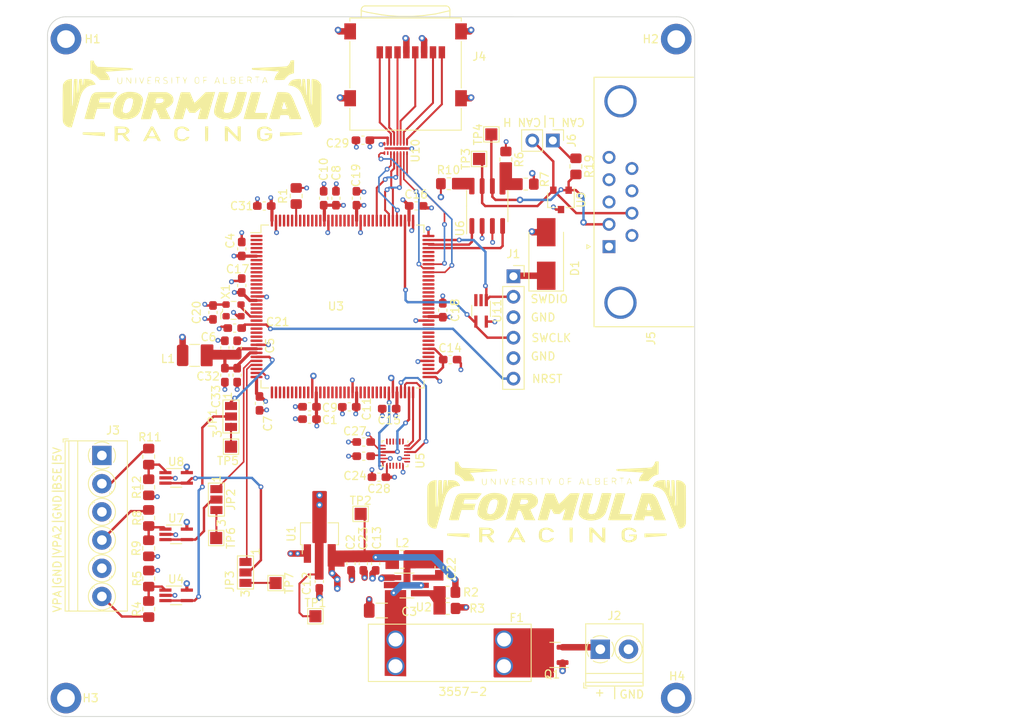
<source format=kicad_pcb>
(kicad_pcb (version 20211014) (generator pcbnew)
  (layers (0 "F.Cu" power) (1 "In1.Cu" signal) (2 "In2.Cu" power) (31 "B.Cu" signal) (34 "B.Paste" user) (35 "F.Paste" user) (36 "B.SilkS" user "B.Silkscreen") (37 "F.SilkS" user "F.Silkscreen") (38 "B.Mask" user) (39 "F.Mask" user) (44 "Edge.Cuts" user))
  (net 0 "")
  (net 1 "+3V3")
  (net 2 "GND")
  (net 3 "+5V")
  (net 4 "+BATT")
  (net 5 "+3.3VA")
  (net 6 "/VSI")
  (net 7 "/NRST")
  (net 8 "Net-(C24-Pad1)")
  (net 9 "/VOUT_1_APPS")
  (net 10 "/VOUT_2_APPS")
  (net 11 "/SWDIO")
  (net 12 "/SWCLK")
  (net 13 "/FILTER_DAT2")
  (net 14 "/FILTER_DAT3")
  (net 15 "/FILTER_CMD")
  (net 16 "/FILTER_CLK")
  (net 17 "/FILTER_DAT0")
  (net 18 "/FILTER_DAT1")
  (net 19 "Net-(R1-Pad1)")
  (net 20 "/CAN_Vref")
  (net 21 "/CAN_Rs")
  (net 22 "/LMA+")
  (net 23 "/LMB+")
  (net 24 "/LMVAOUT")
  (net 25 "/LMVBOUT")
  (net 26 "/VPA")
  (net 27 "/VPA_2")
  (net 28 "/LMVCOUT")
  (net 29 "/CAN_L")
  (net 47 "/OSC_IN")
  (net 79 "/INT")
  (net 80 "/ACCEL_CS")
  (net 81 "/SCK")
  (net 82 "/MISO")
  (net 83 "/MOSI")
  (net 104 "/MCU_CD")
  (net 105 "/MCU_DAT0")
  (net 106 "/MCU_DAT1")
  (net 110 "/CAN_RX")
  (net 111 "/CAN_TX")
  (net 112 "/VPA_BSE")
  (net 114 "/MCU_DAT2")
  (net 115 "/MCU_DAT3")
  (net 116 "/MCU_CLK")
  (net 119 "/MCU_CMD")
  (net 152 "/CAN_H")
  (net 159 "/CAN_L_res")
  (net 160 "Net-(JP1-Pad3)")
  (net 161 "Net-(JP2-Pad3)")
  (net 162 "/VOUT_BSE")
  (net 163 "Net-(JP3-Pad3)")
  (net 164 "/LMA+_BSE")
  (net 165 "/SW")
  (net 166 "/BST")
  (net 167 "/FB")
  (net 168 "/F_IN")
  (net 169 "/F_OUT")
  (footprint "TestPoint:TestPoint_Pad_1.5x1.5mm" (layer "F.Cu") (at 136.579531 57.2932 90)
    (fp_text reference "TP4")
    (fp_text value "TestPoint_Probe")
  )
  (footprint "TestPoint:TestPoint_Pad_1.5x1.5mm" (layer "F.Cu") (at 135.055531 60.3412 90)
    (fp_text reference "TP3")
    (fp_text value "TestPoint_Probe")
  )
  (footprint "Capacitor_SMD:C_0603_1608Metric_Pad1.08x0.95mm_HandSolder" (layer "F.Cu") (at 130.1052 111.0526 90)
    (fp_text reference "C22")
    (fp_text value "100nF")
  )
  (footprint "Package_TO_SOT_SMD:SOT-353_SC-70-5_Handsoldering" (layer "F.Cu") (at 135.3058 79.1972 -90)
    (fp_text reference "U11")
    (fp_text value "ESDALC6V1W5")
  )
  (footprint "Jumper:SolderJumper-3_P1.3mm_Open_Pad1.0x1.5mm_NumberLabels" (layer "F.Cu") (at 104.2924 92.3036 -90)
    (fp_text reference "JP1")
    (fp_text value "SolderJumper_3_Open")
  )
  (footprint "Capacitor_SMD:C_0603_1608Metric_Pad1.08x0.95mm_HandSolder" (layer "F.Cu") (at 119.8464 65.218 90)
    (fp_text reference "C19")
    (fp_text value "100nF")
  )
  (footprint "Package_DFN_QFN:QFN-24_3x3mm_P0.4mm" (layer "F.Cu") (at 124.6216 96.9172 -90)
    (fp_text reference "U5")
    (fp_text value "MPU-6500")
  )
  (footprint "Inductor_SMD:L_1008_2520Metric_Pad1.43x2.20mm_HandSolder" (layer "F.Cu") (at 125.5332 110.0366 180)
    (fp_text reference "L2")
    (fp_text value "2.2uH")
  )
  (footprint "Capacitor_SMD:C_0603_1608Metric_Pad1.08x0.95mm_HandSolder" (layer "F.Cu") (at 122.6404 99.8382 180)
    (fp_text reference "C28")
    (fp_text value "0.1uF")
  )
  (footprint "Package_TO_SOT_SMD:SOT-89-3_Handsoldering" (layer "F.Cu") (at 115.2652 107.1626 90)
    (fp_text reference "U1")
    (fp_text value "AZ1117-3.3")
  )
  (footprint "TestPoint:TestPoint_Pad_1.5x1.5mm" (layer "F.Cu") (at 109.8202 112.9792 -90)
    (fp_text reference "TP7")
    (fp_text value "TestPoint_Probe")
  )
  (footprint "MountingHole:MountingHole_2.2mm_M2_DIN965_Pad" (layer "F.Cu") (at 83.82 45.466)
    (fp_text reference "H1")
    (fp_text value "MountingHole")
  )
  (footprint "Capacitor_SMD:C_0603_1608Metric_Pad1.08x0.95mm_HandSolder" (layer "F.Cu") (at 115.243008 112.772656 -90)
    (fp_text reference "C12")
    (fp_text value "22uF")
  )
  (footprint "MountingHole:MountingHole_2.2mm_M2_DIN965_Pad" (layer "F.Cu") (at 159.512 45.466)
    (fp_text reference "H2")
    (fp_text value "MountingHole")
  )
  (footprint "Inductor_SMD:L_1210_3225Metric_Pad1.42x2.65mm_HandSolder" (layer "F.Cu") (at 99.7804 84.7252)
    (fp_text reference "L1")
    (fp_text value "100nH")
  )
  (footprint "Capacitor_SMD:C_0603_1608Metric_Pad1.08x0.95mm_HandSolder" (layer "F.Cu") (at 130.556 79.121 90)
    (fp_text reference "C18")
    (fp_text value "100nF")
  )
  (footprint "Capacitor_SMD:C_0603_1608Metric_Pad1.08x0.95mm_HandSolder" (layer "F.Cu") (at 108.4164 66.1832 180)
    (fp_text reference "C31")
    (fp_text value "100nF")
  )
  (footprint "Resistor_SMD:R_0805_2012Metric_Pad1.20x1.40mm_HandSolder" (layer "F.Cu") (at 94.0816 108.6612 -90)
    (fp_text reference "R9")
    (fp_text value "100kR")
  )
  (footprint "Package_TO_SOT_SMD:SOT-353_SC-70-5_Handsoldering" (layer "F.Cu") (at 97.4852 99.9236)
    (fp_text reference "U8")
    (fp_text value "LMV321")
  )
  (footprint "Capacitor_SMD:C_0603_1608Metric_Pad1.08x0.95mm_HandSolder" (layer "F.Cu") (at 117.3064 65.218 90)
    (fp_text reference "C8")
    (fp_text value "4.7uF")
  )
  (footprint "Resistor_SMD:R_0805_2012Metric_Pad1.20x1.40mm_HandSolder" (layer "F.Cu") (at 131.1212 114.117856 180)
    (fp_text reference "R2")
    (fp_text value "52.3kR")
  )
  (footprint "Jumper:SolderJumper-3_P1.3mm_Open_Pad1.0x1.5mm_NumberLabels" (layer "F.Cu") (at 102.4796 102.616 -90)
    (fp_text reference "JP2")
    (fp_text value "SolderJumper_3_Open")
  )
  (footprint "Capacitor_SMD:C_1206_3216Metric_Pad1.33x1.80mm_HandSolder" (layer "F.Cu") (at 122.9932 116.3866 180)
    (fp_text reference "C3")
    (fp_text value "10uF")
  )
  (footprint "Resistor_SMD:R_0805_2012Metric_Pad1.20x1.40mm_HandSolder" (layer "F.Cu") (at 94.0816 104.902 -90)
    (fp_text reference "R8")
    (fp_text value "50kR")
  )
  (footprint "Resistor_SMD:R_0805_2012Metric_Pad1.20x1.40mm_HandSolder" (layer "F.Cu") (at 131.321731 63.4146 180)
    (fp_text reference "R10")
    (fp_text value "100R")
  )
  (footprint "Package_TO_SOT_SMD:TSOT-23-6_HandSoldering" (layer "F.Cu") (at 126.1192 113.2586)
    (fp_text reference "U2")
    (fp_text value "AP62250WU-7")
  )
  (footprint "Resistor_SMD:R_0805_2012Metric_Pad1.20x1.40mm_HandSolder" (layer "F.Cu") (at 94.0816 97.282 -90)
    (fp_text reference "R11")
    (fp_text value "50kR")
  )
  (footprint "Capacitor_SMD:C_0603_1608Metric_Pad1.08x0.95mm_HandSolder" (layer "F.Cu") (at 123.9104 91.3292 180)
    (fp_text reference "C15")
    (fp_text value "100nF")
  )
  (footprint "TestPoint:TestPoint_Pad_1.5x1.5mm" (layer "F.Cu") (at 104.2924 96.0534)
    (fp_text reference "TP5")
    (fp_text value "TestPoint_Probe")
  )
  (footprint "Resistor_SMD:R_0805_2012Metric_Pad1.20x1.40mm_HandSolder" (layer "F.Cu") (at 140.846731 63.4654)
    (fp_text reference "R7")
    (fp_text value "220R")
  )
  (footprint "Package_TO_SOT_SMD:SOT-353_SC-70-5_Handsoldering" (layer "F.Cu") (at 97.4852 106.934)
    (fp_text reference "U7")
    (fp_text value "LMV321")
  )
  (footprint "Capacitor_SMD:C_0603_1608Metric_Pad1.08x0.95mm_HandSolder" (layer "F.Cu") (at 114.0298 91.1006 180)
    (fp_text reference "C9")
    (fp_text value "100nF")
  )
  (footprint "Jumper:SolderJumper-3_P1.3mm_Open_Pad1.0x1.5mm_NumberLabels" (layer "F.Cu") (at 106.0864 111.6584 -90)
    (fp_text reference "JP3")
    (fp_text value "SolderJumper_3_Open")
  )
  (footprint "TerminalBlock_Phoenix:TerminalBlock_Phoenix_PT-1,5-2-3.5-H_1x02_P3.50mm_Horizontal" (layer "F.Cu") (at 150.0912 121.1946)
    (fp_text reference "J2")
    (fp_text value "Conn_01x02")
  )
  (footprint "TestPoint:TestPoint_Pad_1.5x1.5mm" (layer "F.Cu") (at 114.7572 117.094)
    (fp_text reference "TP1")
    (fp_text value "TestPoint_Probe")
  )
  (footprint "Capacitor_SMD:C_0603_1608Metric_Pad1.08x0.95mm_HandSolder" (layer "F.Cu") (at 114.0298 92.6338 180)
    (fp_text reference "C1")
    (fp_text value "4.7uF")
  )
  (footprint "Capacitor_SMD:C_0603_1608Metric_Pad1.08x0.95mm_HandSolder" (layer "F.Cu") (at 118.9574 91.1087 180)
    (fp_text reference "C11")
    (fp_text value "100nF")
  )
  (footprint "LOGO" (layer "F.Cu") (at 99.441 53.34)
    (fp_text reference "G***" hide)
    (fp_text value "LOGO" hide)
  )
  (footprint "3557-2:3557-2" (layer "F.Cu") (at 138.153808 123.288256 180)
    (fp_text reference "F1")
    (fp_text value "3557-2")
  )
  (footprint "Package_QFP:LQFP-144_20x20mm_P0.5mm" (layer "F.Cu") (at 118.1192 78.6546)
    (fp_text reference "U3")
    (fp_text value "STM32L4R9ZITx")
  )
  (footprint "Capacitor_SMD:C_0603_1608Metric_Pad1.08x0.95mm_HandSolder" (layer "F.Cu") (at 115.7824 65.218 90)
    (fp_text reference "C10")
    (fp_text value "100nF")
  )
  (footprint "Capacitor_SMD:C_0603_1608Metric_Pad1.08x0.95mm_HandSolder" (layer "F.Cu") (at 131.4704 85.2424)
    (fp_text reference "C14")
    (fp_text value "2.2uF")
  )
  (footprint "Connector_PinHeader_2.54mm:PinHeader_1x02_P2.54mm_Vertical" (layer "F.Cu") (at 144.204531 58.0552 -90)
    (fp_text reference "J6")
    (fp_text value "Conn_01x02")
  )
  (footprint "Package_TO_SOT_SMD:SOT-23" (layer "F.Cu") (at 144.4752 121.8946 180)
    (fp_text reference "Q1")
    (fp_text value "Q_PMOS_GSD")
  )
  (footprint "Capacitor_SMD:C_0603_1608Metric_Pad1.08x0.95mm_HandSolder" (layer "F.Cu") (at 120.7516 95.4694 180)
    (fp_text reference "C27")
    (fp_text value "10nF")
  )
  (footprint "Connector_PinSocket_2.54mm:PinSocket_1x06_P2.54mm_Vertical" (layer "F.Cu") (at 139.319 74.9046)
    (fp_text reference "J1")
    (fp_text value "Conn_01x06")
  )
  (footprint "Resistor_SMD:R_0805_2012Metric_Pad1.20x1.40mm_HandSolder" (layer "F.Cu") (at 94.0816 101.092 -90)
    (fp_text reference "R12")
    (fp_text value "100kR")
  )
  (footprint "Package_TO_SOT_SMD:SOT-353_SC-70-5_Handsoldering" (layer "F.Cu") (at 97.4852 114.5032)
    (fp_text reference "U4")
    (fp_text value "LMV321")
  )
  (footprint "Resistor_SMD:R_0805_2012Metric_Pad1.20x1.40mm_HandSolder" (layer "F.Cu") (at 147.066 61.2648 -90)
    (fp_text reference "R19")
    (fp_text value "120R")
  )
  (footprint "MountingHole:MountingHole_2.2mm_M2_DIN965_Pad" (layer "F.Cu") (at 159.512 127.254)
    (fp_text reference "H4")
    (fp_text value "MountingHole")
  )
  (footprint "Capacitor_SMD:C_0603_1608Metric_Pad1.08x0.95mm_HandSolder" (layer "F.Cu") (at 120.65 58.0136)
    (fp_text reference "C29")
    (fp_text value "0.1uF")
  )
  (footprint "Capacitor_SMD:C_0603_1608Metric_Pad1.08x0.95mm_HandSolder" (layer "F.Cu") (at 119.1768 110.537456 -90)
    (fp_text reference "C2")
    (fp_text value "10uF")
  )
  (footprint "Capacitor_SMD:C_0603_1608Metric_Pad1.08x0.95mm_HandSolder" (layer "F.Cu") (at 120.7008 110.5408 -90)
    (fp_text reference "C23")
    (fp_text value "22uF")
  )
  (footprint "TerminalBlock_Phoenix:TerminalBlock_Phoenix_PT-1,5-6-3.5-H_1x06_P3.50mm_Horizontal" (layer "F.Cu") (at 88.2792 97.1426 -90)
    (fp_text reference "J3")
    (fp_text value "APPS/BSE_Conn")
  )
  (footprint "TestPoint:TestPoint_Pad_1.5x1.5mm" (layer "F.Cu") (at 102.4542 107.3912 -90)
    (fp_text reference "TP6")
    (fp_text value "TestPoint_Probe")
  )
  (footprint "Diode_SMD:D_SMB_Handsoldering" (layer "F.Cu") (at 143.383 72.136 90)
    (fp_text reference "D1")
    (fp_text value "D_Zener")
  )
  (footprint "Capacitor_SMD:C_0603_1608Metric_Pad1.08x0.95mm_HandSolder" (layer "F.Cu") (at 105.0544 87.1728 -90)
    (fp_text reference "C33")
    (fp_text value "100nF")
  )
  (footprint "Capacitor_SMD:C_0603_1608Metric_Pad1.08x0.95mm_HandSolder" (layer "F.Cu") (at 105.6224 76.0476 90)
    (fp_text reference "C17")
    (fp_text value "100nF")
  )
  (footprint "TestPoint:TestPoint_Pad_1.5x1.5mm" (layer "F.Cu") (at 120.3706 104.394)
    (fp_text reference "TP2")
    (fp_text value "TestPoint_Probe")
  )
  (footprint "Capacitor_SMD:C_0603_1608Metric_Pad1.08x0.95mm_HandSolder" (layer "F.Cu") (at 104.7496 81.3308 180)
    (fp_text reference "C21")
    (fp_text value "0.1uF")
  )
  (footprint "Capacitor_SMD:C_0603_1608Metric_Pad1.08x0.95mm_HandSolder" (layer "F.Cu") (at 105.0544 83.7692 90)
    (fp_text reference "C5")
    (fp_text value "1uF")
  )
  (footprint "Package_SO:SOIC-8_3.9x4.9mm_P1.27mm" (layer "F.Cu") (at 136.071531 66.1832 90)
    (fp_text reference "U6")
    (fp_text value "SN65HVD230")
  )
  (footprint "Connector_Card:microSD_HC_Wuerth_693072010801" (layer "F.Cu") (at 125.9424 48.6572)
    (fp_text reference "J4")
    (fp_text value "Micro_SD_Card")
  )
  (footprint "Capacitor_SMD:C_0603_1608Metric_Pad1.08x0.95mm_HandSolder" (layer "F.Cu") (at 120.7516 97.2312 180)
    (fp_text reference "C24")
    (fp_text value "0.1uF")
  )
  (footprint "Capacitor_SMD:C_0603_1608Metric_Pad1.08x0.95mm_HandSolder" (layer "F.Cu") (at 105.6224 71.5172 90)
    (fp_text reference "C4")
    (fp_text value "100nF")
  )
  (footprint "Resistor_SMD:R_0805_2012Metric_Pad1.20x1.40mm_HandSolder" (layer "F.Cu") (at 94.0816 116.205 90)
    (fp_text reference "R4")
    (fp_text value "50kR")
  )
  (footprint "Resistor_SMD:R_0805_2012Metric_Pad1.20x1.40mm_HandSolder" (layer "F.Cu") (at 112.3788 64.9386 90)
    (fp_text reference "R1")
    (fp_text value "10kR")
  )
  (footprint "Capacitor_SMD:C_0603_1608Metric_Pad1.08x0.95mm_HandSolder" (layer "F.Cu") (at 103.5304 87.1728 -90)
    (fp_text reference "C32")
    (fp_text value "1uF")
  )
  (footprint "Capacitor_SMD:C_0603_1608Metric_Pad1.08x0.95mm_HandSolder" (layer "F.Cu") (at 107.823 90.678 -90)
    (fp_text reference "C7")
    (fp_text value "100nF")
  )
  (footprint "Connector_Dsub:DSUB-9_Male_Horizontal_P2.77x2.84mm_EdgePinOffset7.70mm_Housed_MountingHolesOffset9.12mm" (layer "F.Cu") (at 151.174869 71.2252 90)
    (fp_text reference "J5")
    (fp_text value "DB9_Male")
  )
  (footprint "Capacitor_SMD:C_0603_1608Metric_Pad1.08x0.95mm_HandSolder" (layer "F.Cu") (at 103.5304 83.7692 90)
    (fp_text reference "C6")
    (fp_text value "10nF")
  )
  (footprint "Oscillator:Oscillator_SMD_ECS_2520MV-xxx-xx-4Pin_2.5x2.0mm" (layer "F.Cu") (at 104.6064 79.1372 90)
    (fp_text reference "X1")
    (fp_text value "ECS-2520MV-160-CN-TR")
  )
  (footprint "Package_TO_SOT_SMD:SC-59" (layer "F.Cu") (at 145.215531 65.4212 -90)
    (fp_text reference "U9")
    (fp_text value "ESDCAN24-2BLY")
  )
  (footprint "Capacitor_SMD:C_0603_1608Metric_Pad1.08x0.95mm_HandSolder" (layer "F.Cu") (at 102.0572 79.3912 -90)
    (fp_text reference "C20")
    (fp_text value "0.1uF")
  )
  (footprint "Resistor_SMD:R_0805_2012Metric_Pad1.20x1.40mm_HandSolder" (layer "F.Cu") (at 131.143408 116.1288)
    (fp_text reference "R3")
    (fp_text value "10kR")
  )
  (footprint "Diode_SMD:EMIF06-MSD02N16" (layer "F.Cu") (at 124.6724 59.0712 90)
    (fp_text reference "U10")
    (fp_text value "EMIF06-MSD02N16")
  )
  (footprint "LOGO" (layer "F.Cu") (at 144.653 103.124)
    (fp_text reference "G***" hide)
    (fp_text value "LOGO" hide)
  )
  (footprint "Resistor_SMD:R_0805_2012Metric_Pad1.20x1.40mm_HandSolder" (layer "F.Cu") (at 94.0816 112.4204 90)
    (fp_text reference "R5")
    (fp_text value "100kR")
  )
  (footprint "Capacitor_SMD:C_0603_1608Metric_Pad1.08x0.95mm_HandSolder" (layer "F.Cu") (at 127.254 66.167)
    (fp_text reference "C16")
    (fp_text value "100nF")
  )
  (footprint "Capacitor_SMD:C_0603_1608Metric_Pad1.08x0.95mm_HandSolder" (layer "F.Cu") (at 122.2312 110.5446 -90)
    (fp_text reference "C13")
    (fp_text value "22uF")
  )
  (footprint "MountingHole:MountingHole_2.2mm_M2_DIN965_Pad" (layer "F.Cu") (at 83.82 127.254)
    (fp_text reference "H3")
    (fp_text value "MountingHole")
  )
  (footprint "Resistor_SMD:R_0805_2012Metric_Pad1.20x1.40mm_HandSolder" (layer "F.Cu") (at 138.382931 60.4174 -90)
    (fp_text reference "R6")
    (fp_text value "220R")
  )
  (gr_arc (start 83.82 129.54) (mid 82.203252 128.892468) (end 81.530475 127.286061) (layer "Edge.Cuts") (width 0.1))
  (gr_arc (start 159.555208 42.697406) (mid 161.147178 43.340843) (end 161.798 44.929809) (layer "Edge.Cuts") (width 0.1))
  (gr_arc (start 81.530475 44.9834) (mid 82.201061 43.364461) (end 83.82 42.693875) (layer "Edge.Cuts") (width 0.1))
  (gr_line (start 81.530475 44.9834) (end 81.530475 127.286061) (layer "Edge.Cuts") (width 0.1))
  (gr_arc (start 161.798039 127.2794) (mid 161.148093 128.880651) (end 159.55069 129.54) (layer "Edge.Cuts") (width 0.1))
  (gr_line (start 83.82 129.54) (end 159.55069 129.54) (layer "Edge.Cuts") (width 0.1))
  (gr_line (start 159.555208 42.697406) (end 83.82 42.693875) (layer "Edge.Cuts") (width 0.1))
  (gr_line (start 161.798039 127.2794) (end 161.798 44.929809) (layer "Edge.Cuts") (width 0.1))
  (gr_text "+ |" (at 150.876 126.5428) (layer "F.SilkS") (effects (font (size 1 1))))
  (gr_text "VPA2|" (at 82.7532 107.1626 90) (layer "F.SilkS") (effects (font (size 1 1))))
  (gr_text "VPA|" (at 82.7532 114.7826 90) (layer "F.SilkS") (effects (font (size 1 1))))
  (gr_text "SWCLK\n" (at 144.018 82.55) (layer "F.SilkS") (effects (font (size 1 1))))
  (gr_text "GND" (at 154.0002 126.7968) (layer "F.SilkS") (effects (font (size 1 1))))
  (gr_text "SWDIO\n" (at 143.764 77.724) (layer "F.SilkS") (effects (font (size 1 1))))
  (gr_text "CAN L|\n" (at 145.469531 55.7692 180) (layer "F.SilkS") (effects (font (size 1 1))))
  (gr_text "CAN H\n" (at 140.389531 55.7692 180) (layer "F.SilkS") (effects (font (size 1 1))))
  (gr_text "NRST" (at 143.51 87.63) (layer "F.SilkS") (effects (font (size 1 1))))
  (gr_text "GND" (at 143.002 84.836) (layer "F.SilkS") (effects (font (size 1 1))))
  (gr_text "5V" (at 82.7532 97.0026 90) (layer "F.SilkS") (effects (font (size 1 1))))
  (gr_text "GND|\n" (at 82.7532 103.0986 90) (layer "F.SilkS") (effects (font (size 1 1))))
  (gr_text "GND|" (at 82.7532 111.2266 90) (layer "F.SilkS") (effects (font (size 1 1))))
  (gr_text "BSE|" (at 82.7532 99.5426 90) (layer "F.SilkS") (effects (font (size 1 1))))
  (gr_text "GND" (at 143.002 80.01) (layer "F.SilkS") (effects (font (size 1 1))))
  (segment (start 114.8692 89.3171) (end 114.8692 91.3061) (width 0.4) (layer "F.Cu") (net 1))
  (segment (start 131.4196 79.9592) (end 131.3953 79.9835) (width 0.4) (layer "F.Cu") (net 1))
  (segment (start 115.243008 111.910156) (end 113.921244 111.910156) (width 0.25) (layer "F.Cu") (net 1))
  (segment (start 126.0424 45.4552) (end 125.9424 45.3552) (width 0.8) (layer "F.Cu") (net 1))
  (segment (start 120.777 66.0908) (end 120.7667 66.0805) (width 0.4) (layer "F.Cu") (net 1))
  (segment (start 123.6216 98.4172) (end 123.6216 99.7471) (width 0.25) (layer "F.Cu") (net 1))
  (segment (start 102.0572 78.5287) (end 101.1947 78.5287) (width 0.3) (layer "F.Cu") (net 1))
  (segment (start 103.6814 78.4122) (end 102.1737 78.4122) (width 0.3) (layer "F.Cu") (net 1))
  (segment (start 113.2078 117.094) (end 114.7572 117.094) (width 0.25) (layer "F.Cu") (net 1))
  (segment (start 104.6999 76.9101) (end 104.6988 76.9112) (width 0.4) (layer "F.Cu") (net 1))
  (segment (start 128.7817 79.9046) (end 130.4771 79.9046) (width 0.4) (layer "F.Cu") (net 1))
  (segment (start 131.3953 79.9835) (end 130.556 79.9835) (width 0.4) (layer "F.Cu") (net 1))
  (segment (start 122.5727 96.3172) (end 121.7249 95.4694) (width 0.2) (layer "F.Cu") (net 1))
  (segment (start 130.4771 79.9046) (end 130.556 79.9835) (width 0.4) (layer "F.Cu") (net 1))
  (segment (start 128.7817 69.0225) (end 128.7364 68.9772) (width 0.3) (layer "F.Cu") (net 1))
  (segment (start 114.8692 91.0775) (end 114.8923 91.1006) (width 0.4) (layer "F.Cu") (net 1))
  (segment (start 105.6224 72.3797) (end 104.6583 72.3797) (width 0.4) (layer "F.Cu") (net 1))
  (segment (start 139.3876 74.836) (end 139.319 74.9046) (width 0.8) (layer "F.Cu") (net 1))
  (segment (start 121.7249 95.4694) (end 121.7249 94.9279) (width 0.2) (layer "F.Cu") (net 1))
  (segment (start 125.603 65.405) (end 125.6295 65.405) (width 0.4) (layer "F.Cu") (net 1))
  (segment (start 123.7224 57.7088) (end 121.8173 57.7088) (width 0.3) (layer "F.Cu") (net 1))
  (segment (start 107.4567 89.4492) (end 107.823 89.8155) (width 0.4) (layer "F.Cu") (net 1))
  (segment (start 121.5125 58.8253) (end 121.5136 58.8264) (width 0.3) (layer "F.Cu") (net 1))
  (segment (start 107.4567 87.4046) (end 107.4567 89.4492) (width 0.4) (layer "F.Cu") (net 1))
  (segment (start 121.5125 58.0136) (end 121.5125 58.8253) (width 0.3) (layer "F.Cu") (net 1))
  (segment (start 104.6583 72.3797) (end 104.648 72.39) (width 0.4) (layer "F.Cu") (net 1))
  (segment (start 98.2929 82.4757) (end 98.2564 82.4392) (width 0.8) (layer "F.Cu") (net 1))
  (segment (start 105.6224 76.9101) (end 104.6999 76.9101) (width 0.4) (layer "F.Cu") (net 1))
  (segment (start 114.8923 92.6338) (end 114.8923 93.4385) (width 0.4) (layer "F.Cu") (net 1))
  (segment (start 109.2789 65.2099) (end 109.22 65.151) (width 0.4) (layer "F.Cu") (net 1))
  (segment (start 126.3692 67.9921) (end 126.3692 66.1893) (width 0.4) (layer "F.Cu") (net 1))
  (segment (start 138.382931 58.2313) (end 138.416831 58.1974) (width 0.25) (layer "F.Cu") (net 1))
  (segment (start 106.6169 77.9046) (end 105.6224 76.9101) (width 0.4) (layer "F.Cu") (net 1))
  (segment (start 119.8199 91.1087) (end 119.8199 91.9226) (width 0.4) (layer "F.Cu") (net 1))
  (segment (start 117.3064 66.0805) (end 118.2267 66.0805) (width 0.4) (layer "F.Cu") (net 1))
  (segment (start 122.9924 58.4652) (end 122.8944 58.5632) (width 0.3) (layer "F.Cu") (net 1))
  (segment (start 123.5029 99.8382) (end 124.5708 99.8382) (width 0.4) (layer "F.Cu") (net 1))
  (segment (start 136.706531 68.6582) (end 136.706531 70.6603) (width 0.25) (layer "F.Cu") (net 1))
  (segment (start 98.2929 84.7252) (end 98.2929 82.4757) (width 0.8) (layer "F.Cu") (net 1))
  (segment (start 119.8199 91.9226) (end 119.761 91.9815) (width 0.4) (layer "F.Cu") (net 1))
  (segment (start 124.7729 92.1431) (end 124.714 92.202) (width 0.3) (layer "F.Cu") (net 1))
  (segment (start 128.7817 69.9046) (end 128.7817 69.0225) (width 0.3) (layer "F.Cu") (net 1))
  (segment (start 138.382931 59.4174) (end 138.382931 58.2313) (width 0.25) (layer "F.Cu") (net 1))
  (segment (start 107.4567 72.4046) (end 105.6473 72.4046) (width 0.4) (layer "F.Cu") (net 1))
  (segment (start 124.8692 91.2329) (end 124.8692 89.3171) (width 0.4) (layer "F.Cu") (net 1))
  (segment (start 107.823 89.8155) (end 107.9765 89.8155) (width 0.4) (layer "F.Cu") (net 1))
  (segment (start 107.4567 77.9046) (end 106.6169 77.9046) (width 0.4) (layer "F.Cu") (net 1))
  (segment (start 123.1216 96.3172) (end 122.5727 96.3172) (width 0.2) (layer "F.Cu") (net 1))
  (segment (start 124.7729 91.3292) (end 124.8692 91.2329) (width 0.3) (layer "F.Cu") (net 1))
  (segment (start 121.7249 94.9279) (end 121.285 94.488) (width 0.2) (layer "F.Cu") (net 1))
  (segment (start 123.3224 58.4652) (end 122.9924 58.4652) (width 0.3) (layer "F.Cu") (net 1))
  (segment (start 114.8923 93.4385) (end 114.935 93.4812) (width 0.4) (layer "F.Cu") (net 1))
  (segment (start 115.8692 66.1673) (end 115.7824 66.0805) (width 0.4) (layer "F.Cu") (net 1))
  (segment (start 128.7817 87.4046) (end 129.6621 87.4046) (width 0.3) (layer "F.Cu") (net 1))
  (segment (start 112.776 116.6622) (end 113.2078 117.094) (width 0.25) (layer "F.Cu") (net 1))
  (segment (start 109.3692 66.2735) (end 109.2789 66.1832) (width 0.4) (layer "F.Cu") (net 1))
  (segment (start 107.9765 89.8155) (end 108.585 90.424) (width 0.4) (layer "F.Cu") (net 1))
  (segment (start 136.706531 70.6603) (end 136.740431 70.6942) (width 0.25) (layer "F.Cu") (net 1))
  (segment (start 109.3692 67.9921) (end 109.3692 66.2735) (width 0.4) (layer "F.Cu") (net 1))
  (segment (start 113.921244 111.910156) (end 112.776 113.0554) (width 0.25) (layer "F.Cu") (net 1))
  (segment (start 114.8923 90.9574) (end 114.8923 92.6338) (width 0.4) (layer "F.Cu") (net 1))
  (segment (start 105.6473 72.4046) (end 105.6224 72.3797) (width 0.4) (layer "F.Cu") (net 1))
  (segment (start 119.8692 67.9921) (end 119.8692 66.0525) (width 0.4) (layer "F.Cu") (net 1))
  (segment (start 123.7224 58.4652) (end 123.7224 57.7088) (width 0.3) (layer "F.Cu") (net 1))
  (segment (start 125.6295 65.405) (end 126.3915 66.167) (width 0.4) (layer "F.Cu") (net 1))
  (segment (start 109.2789 66.1832) (end 109.2789 65.2099) (width 0.4) (layer "F.Cu") (net 1))
  (segment (start 115.7824 66.0805) (end 117.3064 66.0805) (width 0.4) (layer "F.Cu") (net 1))
  (segment (start 129.6621 87.4046) (end 130.1842 87.9267) (width 0.3) (layer "F.Cu") (net 1))
  (segment (start 115.8692 67.9921) (end 115.8692 66.1673) (width 0.4) (layer "F.Cu") (net 1))
  (segment (start 126.3692 66.1893) (end 126.3915 66.167) (width 0.4) (layer "F.Cu") (net 1))
  (segment (start 126.0424 47.1072) (end 126.0424 45.4552) (width 0.8) (layer "F.Cu") (net 1))
  (segment (start 112.776 113.0554) (end 112.776 116.6622) (width 0.25) (layer "F.Cu") (net 1))
  (segment (start 143.383 74.836) (end 139.3876 74.836) (width 0.8) (layer "F.Cu") (net 1))
  (segment (start 118.2267 66.0805) (end 118.237 66.0908) (width 0.4) (layer "F.Cu") (net 1))
  (segment (start 101.1947 78.5287) (end 101.0412 78.3752) (width 0.3) (layer "F.Cu") (net 1))
  (segment (start 121.8173 57.7088) (end 121.5125 58.0136) (width 0.3) (layer "F.Cu") (net 1))
  (segment (start 120.7667 66.0805) (end 119.8464 66.0805) (width 0.4) (layer "F.Cu") (net 1))
  (segment (start 124.7729 91.3292) (end 124.7729 92.1431) (width 0.3) (layer "F.Cu") (net 1))
  (segment (start 119.8692 91.0594) (end 119.8199 91.1087) (width 0.4) (layer "F.Cu") (net 1))
  (segment (start 119.8692 89.3171) (end 119.8692 91.2799) (width 0.4) (layer "F.Cu") (net 1))
  (segment (start 102.1737 78.4122) (end 102.0572 78.5287) (width 0.3) (layer "F.Cu") (net 1))
  (via (at 98.2564 82.4392) (size 0.8) (drill 0.4) (layers "F.Cu" "B.Cu") (net 1))
  (via (at 119.761 91.9815) (size 0.6) (drill 0.3) (layers "F.Cu" "B.Cu") (net 1))
  (via (at 136.740431 70.6942) (size 0.6) (drill 0.3) (layers "F.Cu" "B.Cu") (net 1))
  (via (at 115.2652 103.2826) (size 0.8) (drill 0.4) (layers "F.Cu" "B.Cu") (net 1))
  (via (at 101.0412 78.3752) (size 0.6) (drill 0.3) (layers "F.Cu" "B.Cu") (net 1))
  (via (at 131.4196 79.9592) (size 0.6) (drill 0.3) (layers "F.Cu" "B.Cu") (net 1))
  (via (at 124.5708 99.8382) (size 0.6) (drill 0.3) (layers "F.Cu" "B.Cu") (net 1))
  (via (at 104.648 72.39) (size 0.6) (drill 0.3) (layers "F.Cu" "B.Cu") (net 1))
  (via (at 125.9424 45.3552) (size 0.8) (drill 0.4) (layers "F.Cu" "B.Cu") (net 1))
  (via (at 121.285 94.488) (size 0.6) (drill 0.3) (layers "F.Cu" "B.Cu") (net 1))
  (via (at 120.777 66.0908) (size 0.6) (drill 0.3) (layers "F.Cu" "B.Cu") (net 1))
  (via (at 121.5136 58.8264) (size 0.6) (drill 0.3) (layers "F.Cu" "B.Cu") (net 1))
  (via (at 115.2652 102.0826) (size 0.8) (drill 0.4) (layers "F.Cu" "B.Cu") (net 1))
  (via (at 104.6988 76.9112) (size 0.6) (drill 0.3) (layers "F.Cu" "B.Cu") (net 1))
  (via (at 122.8944 58.5632) (size 0.6) (drill 0.3) (layers "F.Cu" "B.Cu") (net 1))
  (via (at 124.714 92.202) (size 0.6) (drill 0.3) (layers "F.Cu" "B.Cu") (net 1))
  (via (at 114.935 93.4812) (size 0.6) (drill 0.3) (layers "F.Cu" "B.Cu") (net 1))
  (via (at 125.603 65.405) (size 0.6) (drill 0.3) (layers "F.Cu" "B.Cu") (net 1))
  (via (at 118.237 66.0908) (size 0.6) (drill 0.3) (layers "F.Cu" "B.Cu") (net 1))
  (via (at 130.1842 87.9267) (size 0.6) (drill 0.3) (layers "F.Cu" "B.Cu") (net 1))
  (via (at 109.22 65.151) (size 0.6) (drill 0.3) (layers "F.Cu" "B.Cu") (net 1))
  (via (at 138.416831 58.1974) (size 0.6) (drill 0.3) (layers "F.Cu" "B.Cu") (net 1))
  (via (at 128.7364 68.9772) (size 0.6) (drill 0.3) (layers "F.Cu" "B.Cu") (net 1))
  (via (at 108.585 90.424) (size 0.6) (drill 0.3) (layers "F.Cu" "B.Cu") (net 1))
  (segment (start 130.321731 65.0669) (end 130.324931 65.0701) (width 0.25) (layer "F.Cu") (net 2))
  (segment (start 128.2424 45.6232) (end 127.9744 45.3552) (width 0.8) (layer "F.Cu") (net 2))
  (segment (start 123.0478 112.3086) (end 122.936 112.4204) (width 0.8) (layer "F.Cu") (net 2))
  (segment (start 94.0816 102.2444) (end 95.1324 102.2444) (width 0.3) (layer "F.Cu") (net 2))
  (segment (start 119.3692 87.804) (end 119.3384 87.7732) (width 0.3) (layer "F.Cu") (net 2))
  (segment (start 94.0816 109.6612) (end 95.1832 109.6612) (width 0.3) (layer "F.Cu") (net 2))
  (segment (start 108.6623 91.5405) (end 108.712 91.4908) (width 0.3) (layer "F.Cu") (net 2))
  (segment (start 108.772 87.4176) (end 108.259 86.9046) (width 0.25) (layer "F.Cu") (net 2))
  (segment (start 143.383 69.436) (end 141.699 69.436) (width 0.8) (layer "F.Cu") (net 2))
  (segment (start 95.1324 102.2444) (end 95.1484 102.2604) (width 0.3) (layer "F.Cu") (net 2))
  (segment (start 113.7652 109.3126) (end 112.5564 109.3126) (width 0.8) (layer "F.Cu") (net 2))
  (segment (start 125.6284 98.424) (end 125.6216 98.4172) (width 0.2) (layer "F.Cu") (net 2))
  (segment (start 127.215 80.4046) (end 127.2124 80.4072) (width 0.3) (layer "F.Cu") (net 2))
  (segment (start 113.6648 63.9386) (end 113.6742 63.948) (width 0.25) (layer "F.Cu") (net 2))
  (segment (start 101.1417 80.2537) (end 101.0412 80.1532) (width 0.3) (layer "F.Cu") (net 2))
  (segment (start 96.1552 106.934) (end 97.3836 106.934) (width 0.3) (layer "F.Cu") (net 2))
  (segment (start 109.8692 69.414) (end 109.9404 69.4852) (width 0.3) (layer "F.Cu") (net 2))
  (segment (start 105.5314 79.8622) (end 105.0774 79.8622) (width 0.3) (layer "F.Cu") (net 2))
  (segment (start 119.281608 111.504764) (end 119.281608 112.569456) (width 0.8) (layer "F.Cu") (net 2))
  (segment (start 105.6224 70.6547) (end 105.6224 69.4852) (width 0.3) (layer "F.Cu") (net 2))
  (segment (start 128.2424 47.1072) (end 128.2424 45.6232) (width 0.8) (layer "F.Cu") (net 2))
  (segment (start 118.872 97.2312) (end 119.8891 97.2312) (width 0.2) (layer "F.Cu") (net 2))
  (segment (start 118.0949 91.1087) (end 118.0949 91.9664) (width 0.4) (layer "F.Cu") (net 2))
  (segment (start 103.0824 81.1692) (end 102.8284 81.4232) (width 0.3) (layer "F.Cu") (net 2))
  (segment (start 107.4567 83.4046) (end 108.9242 83.4046) (width 0.3) (layer "F.Cu") (net 2))
  (segment (start 95.1832 111.4204) (end 95.1992 111.4044) (width 0.3) (layer "F.Cu") (net 2))
  (segment (start 119.8464 64.3555) (end 120.6927 64.3555) (width 0.4) (layer "F.Cu") (net 2))
  (segment (start 132.8004 85.7099) (end 132.8004 86.5032) (width 0.3) (layer "F.Cu") (net 2))
  (segment (start 127.549 85.4046) (end 127.4664 85.4872) (width 0.3) (layer "F.Cu") (net 2))
  (segment (start 113.1673 91.1006) (end 112.2842 91.1006) (width 0.4) (layer "F.Cu") (net 2))
  (segment (start 113.1673 92.6338) (end 112.3096 92.6338) (width 0.4) (layer "F.Cu") (net 2))
  (segment (start 114.3692 87.4084) (end 114.5124 87.2652) (width 0.3) (layer "F.Cu") (net 2))
  (segment (start 130.321731 63.4146) (end 130.321731 65.0669) (width 0.25) (layer "F.Cu") (net 2))
  (segment (start 120.863208 111.565708) (end 120.863208 112.314456) (width 0.8) (layer "F.Cu") (net 2))
  (segment (start 115.243008 113.635156) (end 115.243008 114.735008) (width 0.8) (layer "F.Cu") (net 2))
  (segment (start 117.9004 52.8072) (end 117.8144 52.7212) (width 0.8) (layer "F.Cu") (net 2))
  (segment (start 112.3096 92.6338) (end 112.268 92.5922) (width 0.4) (layer "F.Cu") (net 2))
  (segment (start 141.846731 63.4654) (end 141.846731 62.3064) (width 0.3) (layer "F.Cu") (net 2))
  (segment (start 124.4092 112.3086) (end 123.0478 112.3086) (width 0.8) (layer "F.Cu") (net 2))
  (segment (start 115.7824 64.3555) (end 115.7824 63.4654) (width 0.4) (layer "F.Cu") (net 2))
  (segment (start 132.8174 44.5072) (end 133.9024 44.5072) (width 0.8) (layer "F.Cu") (net 2))
  (segment (start 141.699 69.436) (end 141.605 69.342) (width 0.8) (layer "F.Cu") (net 2))
  (segment (start 128.7817 85.4046) (end 127.549 85.4046) (width 0.3) (layer "F.Cu") (net 2))
  (segment (start 121.4307 116.3866) (end 121.4307 114.990148) (width 0.8) (layer "F.Cu") (net 2))
  (segment (start 120.7008 111.4033) (end 120.863208 111.565708) (width 0.8) (layer "F.Cu") (net 2))
  (segment (start 135.9558 80.5272) (end 136.966 80.5272) (width 0.3) (layer "F.Cu") (net 2))
  (segment (start 135.436531 68.6582) (end 135.436531 70.1947) (width 0.25) (layer "F.Cu") (net 2))
  (segment (start 125.6284 99.2124) (end 125.6284 98.424) (width 0.2) (layer "F.Cu") (net 2))
  (segment (start 128.3705 66.421) (end 128.1165 66.167) (width 0.4) (layer "F.Cu") (net 2))
  (segment (start 115.7824 63.4654) (end 115.824 63.4238) (width 0.4) (layer "F.Cu") (net 2))
  (segment (start 132.8174 52.8072) (end 133.9844 52.8072) (width 0.8) (layer "F.Cu") (net 2))
  (segment (start 132.143408 115.998456) (end 133.454808 115.998456) (width 0.8) (layer "F.Cu") (net 2))
  (segment (start 132.3329 85.2424) (end 132.8004 85.7099) (width 0.3) (layer "F.Cu") (net 2))
  (segment (start 133.9844 52.8072) (end 134.0704 52.7212) (width 0.8) (layer "F.Cu") (net 2))
  (segment (start 119.3692 89.3171) (end 119.3692 87.804) (width 0.3) (layer "F.Cu") (net 2))
  (segment (start 105.6224 75.4807) (end 104.4529 75.4807) (width 0.3) (layer "F.Cu") (net 2))
  (segment (start 103.5304 88.0353) (end 103.5304 88.9508) (width 0.4) (layer "F.Cu") (net 2))
  (segment (start 105.2079 82.7532) (end 105.0544 82.9067) (width 0.3) (layer "F.Cu") (net 2))
  (segment (start 117.3064 64.3555) (end 117.3064 63.4654) (width 0.4) (layer "F.Cu") (net 2))
  (segment (start 124.3692 87.724) (end 124.1644 87.5192) (width 0.3) (layer "F.Cu") (net 2))
  (segment (start 116.3692 69.4064) (end 116.2904 69.4852) (width 0.3) (layer "F.Cu") (net 2))
  (segment (start 119.7875 58.8275) (end 119.8372 58.8772) (width 0.3) (layer "F.Cu") (net 2))
  (segment (start 126.6744 59.0412) (end 126.7044 59.0712) (width 0.3) (layer "F.Cu") (net 2))
  (segment (start 107.5539 65.2931) (end 107.569 65.278) (width 0.4) (layer "F.Cu") (net 2))
  (segment (start 112.2842 91.1006) (end 112.268 91.0844) (width 0.4) (layer "F.Cu") (net 2))
  (segment (start 121.7779 98.9179) (end 121.7779 99.8382) (width 0.3) (layer "F.Cu") (net 2))
  (segment (start 144.5992 66.6212) (end 144.272 66.294) (width 0.3) (layer "F.Cu") (net 2))
  (segment (start 112.5564 109.3126) (end 111.6748 109.3126) (width 0.8) (layer "F.Cu") (net 2))
  (segment (start 117.3064 63.4654) (end 117.348 63.4238) (width 0.4) (layer "F.Cu") (net 2))
  (segment (start 130.556 77.343) (end 130.556 78.2585) (width 0.4) (layer "F.Cu") (net 2))
  (segment (start 116.3692 67.9921) (end 116.3692 69.4064) (width 0.3) (layer "F.Cu") (net 2))
  (segment (start 124.7224 59.0412) (end 126.6744 59.0412) (width 0.3) (layer "F.Cu") (net 2))
  (segment (start 118.0949 91.9664) (end 118.11 91.9815) (width 0.4) (layer "F.Cu") (net 2))
  (segment (start 129.159 66.421) (end 128.3705 66.421) (width 0.4) (layer "F.Cu") (net 2))
  (segment (start 122.2312 111.4071) (end 121.8438 111.7945) (width 0.8) (layer "F.Cu") (net 2))
  (segment (start 114.3692 89.3171) (end 114.3692 87.4084) (width 0.3) (layer "F.Cu") (net 2))
  (segment (start 104.4529 75.4807) (end 104.3524 75.5812) (width 0.3) (layer "F.Cu") (net 2))
  (segment (start 121.7676 98.9076) (end 121.7779 98.9179) (width 0.3) (layer "F.Cu") (net 2))
  (segment (start 126.8692 67.9921) (end 126.8692 69.0664) (width 0.3) (layer "F.Cu") (net 2))
  (segment (start 120.3692 67.9921) (end 120.3692 69.4704) (width 0.3) (layer "F.Cu") (net 2))
  (segment (start 119.9999 95.4694) (end 118.8558 95.4694) (width 0.2) (layer "F.Cu") (net 2))
  (segment (start 115.243008 114.735008) (end 115.316 114.808) (width 0.8) (layer "F.Cu") (net 2))
  (segment (start 128.7817 80.4046) (end 127.215 80.4046) (width 0.3) (layer "F.Cu") (net 2))
  (segment (start 105.0544 88.0353) (end 105.0544 88.9508) (width 0.4) (layer "F.Cu") (net 2))
  (segment (start 97.3328 99.9236) (end 97.3836 99.9744) (width 0.3) (layer "F.Cu") (net 2))
  (segment (start 123.1216 97.5172) (end 124.0466 97.5172) (width 0.2) (layer "F.Cu") (net 2))
  (segment (start 123.0479 92.1869) (end 123.063 92.202) (width 0.4) (layer "F.Cu") (net 2))
  (segment (start 120.3692 69.4704) (end 120.3544 69.4852) (width 0.3) (layer "F.Cu") (net 2))
  (segment (start 95.1832 109.6612) (end 95.1992 109.6772) (width 0.3) (layer "F.Cu") (net 2))
  (segment (start 145.215531 66.6212) (end 144.5992 66.6212) (width 0.3) (layer "F.Cu") (net 2))
  (segment (start 102.6668 82.8548) (end 103.4785 82.8548) (width 0.3) (layer "F.Cu") (net 2))
  (segment (start 119.0674 52.8072) (end 117.9004 52.8072) (width 0.8) (layer "F.Cu") (net 2))
  (segment (start 133.9024 44.5072) (end 134.0704 44.3392) (width 0.8) (layer "F.Cu") (net 2))
  (segment (start 105.0774 79.8622) (end 104.6064 79.3912) (width 0.3) (layer "F.Cu") (net 2))
  (segment (start 108.259 86.9046) (end 107.4567 86.9046) (width 0.25) (layer "F.Cu") (net 2))
  (segment (start 103.4785 82.8548) (end 103.5304 82.9067) (width 0.3) (layer "F.Cu") (net 2))
  (segment (start 97.3836 106.934) (end 97.4344 106.9848) (width 0.3) (layer "F.Cu") (net 2))
  (segment (start 119.0674 44.5072) (end 117.7284 44.5072) (width 0.8) (layer "F.Cu") (net 2))
  (segment (start 117.7284 44.5072) (end 117.5604 44.3392) (width 0.8) (layer "F.Cu") (net 2))
  (segment (start 119.1768 111.399956) (end 119.281608 111.504764) (width 0.8) (layer "F.Cu") (net 2))
  (segment (start 107.823 91.5405) (end 108.6623 91.5405) (width 0.3) (layer "F.Cu") (net 2))
  (segment (start 108.6466 77.4046) (end 107.4567 77.4046) (width 0.3) (layer "F.Cu") (net 2))
  (segment (start 94.0816 111.4204) (end 95.1832 111.4204) (width 0.3) (layer "F.Cu") (net 2))
  (segment (start 107.5539 66.1832) (end 107.5539 65.2931) (width 0.4) (layer "F.Cu") (net 2))
  (segment (start 141.846731 62.3064) (end 141.659531 62.1192) (width 0.3) (layer "F.Cu") (net 2))
  (segment (start 121.8438 111.7945) (end 121.8438 112.395) (width 0.8) (layer "F.Cu") (net 2))
  (segment (start 106.0196 82.7532) (end 105.2079 82.7532) (width 0.3) (layer "F.Cu") (net 2))
  (segment (start 108.9242 83.4046) (end 108.9244 83.4044) (width 0.3) (layer "F.Cu") (net 2))
  (segment (start 103.9979 81.1692) (end 103.0824 81.1692) (width 0.3) (layer "F.Cu") (net 2))
  (segment (start 120.6927 64.3555) (end 120.777 64.4398) (width 0.4) (layer "F.Cu") (net 2))
  (segment (start 102.0572 80.2537) (end 101.1417 80.2537) (width 0.3) (layer "F.Cu") (net 2))
  (segment (start 136.966 80.5272) (end 137.0076 80.5688) (width 0.3) (layer "F.Cu") (net 2))
  (segment (start 119.7875 58.0136) (end 119.7875 58.8275) (width 0.3) (layer "F.Cu") (net 2))
  (segment (start 126.1216 97.5172) (end 125.1966 97.5172) (width 0.2) (layer "F.Cu") (net 2))
  (segment (start 112.3788 63.9386) (end 113.6648 63.9386) (width 0.25) (layer "F.Cu") (net 2))
  (segment (start 109.8692 67.9921) (end 109.8692 69.414) (width 0.3) (layer "F.Cu") (net 2))
  (segment (start 145.4127 122.8446) (end 145.4127 123.8781) (width 0.8) (layer "F.Cu") (net 2))
  (segment (start 108.712 77.47) (end 108.6466 77.4046) (width 0.3) (layer "F.Cu") (net 2))
  (segment (start 96.1552 114.5032) (end 97.3328 114.5032) (width 0.3) (layer "F.Cu") (net 2))
  (segment (start 124.3692 89.3171) (end 124.3692 87.724) (width 0.3) (layer "F.Cu") (net 2))
  (segment (start 126.8692 69.0664) (end 126.7044 69.2312) (width 0.3) (layer "F.Cu") (net 2))
  (segment (start 96.1552 99.9236) (end 97.3328 99.9236) (width 0.3) (layer "F.Cu") (net 2))
  (segment (start 123.0479 91.3292) (end 123.0479 92.1869) (width 0.4) (layer "F.Cu") (net 2))
  (via (at 127.9744 45.3552) (size 0.8) (drill 0.4) (layers "F.Cu" "B.Cu") (net 2))
  (via (at 102.6668 82.8548) (size 0.6) (drill 0.3) (layers "F.Cu" "B.Cu") (net 2))
  (via (at 127.4664 85.4872) (size 0.6) (drill 0.3) (layers "F.Cu" "B.Cu") (net 2))
  (via (at 135.436531 70.1947) (size 0.6) (drill 0.3) (layers "F.Cu" "B.Cu") (net 2))
  (via (at 126.7044 59.0712) (size 0.6) (drill 0.3) (layers "F.Cu" "B.Cu") (net 2))
  (via (at 125.1966 97.5172) (size 0.6) (drill 0.3) (layers "F.Cu" "B.Cu") (net 2))
  (via (at 108.772 87.4176) (size 0.6) (drill 0.3) (layers "F.Cu" "B.Cu") (net 2))
  (via (at 130.556 77.343) (size 0.6) (drill 0.3) (layers "F.Cu" "B.Cu") (net 2))
  (via (at 115.824 63.4238) (size 0.6) (drill 0.3) (layers "F.Cu" "B.Cu") (net 2))
  (via (at 105.0544 88.9508) (size 0.6) (drill 0.3) (layers "F.Cu" "B.Cu") (net 2))
  (via (at 118.11 91.9815) (size 0.6) (drill 0.3) (layers "F.Cu" "B.Cu") (net 2))
  (via (at 115.316 114.808) (size 0.8) (drill 0.4) (layers "F.Cu" "B.Cu") (net 2))
  (via (at 114.5124 87.2652) (size 0.8) (drill 0.4) (layers "F.Cu" "B.Cu") (net 2))
  (via (at 121.4307 114.990148) (size 0.6) (drill 0.3) (layers "F.Cu" "B.Cu") (net 2))
  (via (at 108.712 77.47) (size 0.6) (drill 0.3) (layers "F.Cu" "B.Cu") (net 2))
  (via (at 137.0076 80.5688) (size 0.6) (drill 0.3) (layers "F.Cu" "B.Cu") (net 2))
  (via (at 144.272 66.294) (size 0.6) (drill 0.3) (layers "F.Cu" "B.Cu") (net 2))
  (via (at 119.281608 112.569456) (size 0.6) (drill 0.3) (layers "F.Cu" "B.Cu") (net 2))
  (via (at 97.3836 99.9744) (size 0.6) (drill 0.3) (layers "F.Cu" "B.Cu") (net 2))
  (via (at 111.6748 109.3126) (size 0.6) (drill 0.3) (layers "F.Cu" "B.Cu") (net 2))
  (via (at 130.324931 65.0701) (size 0.8) (drill 0.4) (layers "F.Cu" "B.Cu") (net 2))
  (via (at 104.6064 79.3912) (size 0.6) (drill 0.3) (layers "F.Cu" "B.Cu") (net 2))
  (via (at 129.159 66.421) (size 0.6) (drill 0.3) (layers "F.Cu" "B.Cu") (net 2))
  (via (at 124.1644 87.5192) (size 0.8) (drill 0.4) (layers "F.Cu" "B.Cu") (net 2))
  (via (at 141.605 69.342) (size 0.8) (drill 0.4) (layers "F.Cu" "B.Cu") (net 2))
  (via (at 95.1484 102.2604) (size 0.6) (drill 0.3) (layers "F.Cu" "B.Cu") (net 2))
  (via (at 133.454808 115.998456) (size 0.6) (drill 0.3) (layers "F.Cu" "B.Cu") (net 2))
  (via (at 101.0412 80.1532) (size 0.6) (drill 0.3) (layers "F.Cu" "B.Cu") (net 2))
  (via (at 109.9404 69.4852) (size 0.6) (drill 0.3) (layers "F.Cu" "B.Cu") (net 2))
  (via (at 112.268 92.5922) (size 0.6) (drill 0.3) (layers "F.Cu" "B.Cu") (net 2))
  (via (at 116.2904 69.4852) (size 0.6) (drill 0.3) (layers "F.Cu" "B.Cu") (net 2))
  (via (at 141.659531 62.1192) (size 0.8) (drill 0.4) (layers "F.Cu" "B.Cu") (net 2))
  (via (at 117.348 63.4238) (size 0.6) (drill 0.3) (layers "F.Cu" "B.Cu") (net 2))
  (via (at 117.8144 52.7212) (size 0.8) (drill 0.4) (layers "F.Cu" "B.Cu") (net 2))
  (via (at 112.5564 109.3126) (size 0.6) (drill 0.3) (layers "F.Cu" "B.Cu") (net 2))
  (via (at 119.3384 87.7732) (size 0.6) (drill 0.3) (layers "F.Cu" "B.Cu") (net 2))
  (via (at 123.063 92.202) (size 0.6) (drill 0.3) (layers "F.Cu" "B.Cu") (net 2))
  (via (at 119.8372 58.8772) (size 0.6) (drill 0.3) (layers "F.Cu" "B.Cu") (net 2))
  (via (at 103.5304 88.9508) (size 0.6) (drill 0.3) (layers "F.Cu" "B.Cu") (net 2))
  (via (at 106.0196 82.7532) (size 0.6) (drill 0.3) (layers "F.Cu" "B.Cu") (net 2))
  (via (at 95.1992 109.6772) (size 0.6) (drill 0.3) (layers "F.Cu" "B.Cu") (net 2))
  (via (at 120.3544 69.4852) (size 0.6) (drill 0.3) (layers "F.Cu" "B.Cu") (net 2))
  (via (at 102.8284 81.4232) (size 0.6) (drill 0.3) (layers "F.Cu" "B.Cu") (net 2))
  (via (at 121.7676 98.9076) (size 0.6) (drill 0.3) (layers "F.Cu" "B.Cu") (net 2))
  (via (at 107.569 65.278) (size 0.6) (drill 0.3) (layers "F.Cu" "B.Cu") (net 2))
  (via (at 134.0704 44.3392) (size 0.8) (drill 0.4) (layers "F.Cu" "B.Cu") (net 2))
  (via (at 145.4127 123.8781) (size 0.8) (drill 0.4) (layers "F.Cu" "B.Cu") (net 2))
  (via (at 121.8438 112.395) (size 0.8) (drill 0.4) (layers "F.Cu" "B.Cu") (net 2))
  (via (at 120.777 64.4398) (size 0.6) (drill 0.3) (layers "F.Cu" "B.Cu") (net 2))
  (via (at 117.5604 44.3392) (size 0.8) (drill 0.4) (layers "F.Cu" "B.Cu") (net 2))
  (via (at 120.863208 112.314456) (size 0.6) (drill 0.3) (layers "F.Cu" "B.Cu") (net 2))
  (via (at 113.6742 63.948) (size 0.6) (drill 0.3) (layers "F.Cu" "B.Cu") (net 2))
  (via (at 125.6284 99.2124) (size 0.6) (drill 0.3) (layers "F.Cu" "B.Cu") (net 2))
  (via (at 108.9244 83.4044) (size 0.6) (drill 0.3) (layers "F.Cu" "B.Cu") (net 2))
  (via (at 105.6224 69.4852) (size 0.6) (drill 0.3) (layers "F.Cu" "B.Cu") (net 2))
  (via (at 134.0704 52.7212) (size 0.8) (drill 0.4) (layers "F.Cu" "B.Cu") (net 2))
  (via (at 97.3328 114.5032) (size 0.6) (drill 0.3) (layers "F.Cu" "B.Cu") (net 2))
  (via (at 127.2124 80.4072) (size 0.6) (drill 0.3) (layers "F.Cu" "B.Cu") (net 2))
  (via (at 95.1992 111.4044) (size 0.6) (drill 0.3) (layers "F.Cu" "B.Cu") (net 2))
  (via (at 132.8004 86.5032) (size 0.6) (drill 0.3) (layers "F.Cu" "B.Cu") (net 2))
  (via (at 108.712 91.4908) (size 0.6) (drill 0.3) (layers "F.Cu" "B.Cu") (net 2))
  (via (at 118.8558 95.4694) (size 0.6) (drill 0.3) (layers "F.Cu" "B.Cu") (net 2))
  (via (at 104.3524 75.5812) (size 0.6) (drill 0.3) (layers "F.Cu" "B.Cu") (net 2))
  (via (at 97.4344 106.9848) (size 0.6) (drill 0.3) (layers "F.Cu" "B.Cu") (net 2))
  (via (at 112.268 91.0844) (size 0.6) (drill 0.3) (layers "F.Cu" "B.Cu") (net 2))
  (via (at 124.0466 97.5172) (size 0.6) (drill 0.3) (layers "F.Cu" "B.Cu") (net 2))
  (via (at 126.7044 69.2312) (size 0.6) (drill 0.3) (layers "F.Cu" "B.Cu") (net 2))
  (via (at 122.936 112.4204) (size 0.8) (drill 0.4) (layers "F.Cu" "B.Cu") (net 2))
  (via (at 118.872 97.2312) (size 0.6) (drill 0.3) (layers "F.Cu" "B.Cu") (net 2))
  (segment (start 120.863208 109.6821) (end 120.863208 104.886608) (width 0.25) (layer "F.Cu") (net 3))
  (segment (start 120.863208 104.886608) (end 120.3706 104.394) (width 0.25) (layer "F.Cu") (net 3))
  (segment (start 117.475 112.395) (end 116.84 111.76) (width 0.8) (layer "F.Cu") (net 3))
  (segment (start 98.8152 98.5612) (end 98.806 98.552) (width 0.4) (layer "F.Cu") (net 3))
  (segment (start 117.475 112.522) (end 117.475 113.665) (width 0.8) (layer "F.Cu") (net 3))
  (segment (start 117.475 112.522) (end 117.475 112.395) (width 0.8) (layer "F.Cu") (net 3))
  (segment (start 98.8152 106.284) (end 98.8152 105.4192) (width 0.4) (layer "F.Cu") (net 3))
  (segment (start 98.8152 113.0392) (end 98.806 113.03) (width 0.4) (layer "F.Cu") (net 3))
  (segment (start 132.1212 112.5886) (end 132.1212 114.117856) (width 0.8) (layer "F.Cu") (net 3))
  (segment (start 98.8152 105.4192) (end 98.806 105.41) (width 0.4) (layer "F.Cu") (net 3))
  (segment (start 132.0292 112.4966) (end 132.1212 112.5886) (width 0.8) (layer "F.Cu") (net 3))
  (segment (start 116.7652 111.6852) (end 116.7652 109.3126) (width 0.8) (layer "F.Cu") (net 3))
  (segment (start 98.8152 113.8532) (end 98.8152 113.0392) (width 0.4) (layer "F.Cu") (net 3))
  (segment (start 116.84 111.76) (end 116.7652 111.6852) (width 0.8) (layer "F.Cu") (net 3))
  (segment (start 98.8152 99.2736) (end 98.8152 98.5612) (width 0.4) (layer "F.Cu") (net 3))
  (via (at 98.806 113.03) (size 0.8) (drill 0.4) (layers "F.Cu" "B.Cu") (net 3))
  (via (at 117.475 113.665) (size 0.8) (drill 0.4) (layers "F.Cu" "B.Cu") (net 3))
  (via (at 117.475 112.522) (size 0.8) (drill 0.4) (layers "F.Cu" "B.Cu") (net 3))
  (via (at 122.2312 109.7826) (size 0.6) (drill 0.3) (layers "F.Cu" "B.Cu") (net 3))
  (via (at 116.84 111.76) (size 0.8) (drill 0.4) (layers "F.Cu" "B.Cu") (net 3))
  (via (at 98.806 98.552) (size 0.8) (drill 0.4) (layers "F.Cu" "B.Cu") (net 3))
  (via (at 132.0292 112.4966) (size 0.8) (drill 0.4) (layers "F.Cu" "B.Cu") (net 3))
  (via (at 98.806 105.41) (size 0.8) (drill 0.4) (layers "F.Cu" "B.Cu") (net 3))
  (segment (start 132.0292 112.4966) (end 129.3152 109.7826) (width 0.8) (layer "B.Cu") (net 3))
  (segment (start 129.3152 109.7826) (end 122.2312 109.7826) (width 0.8) (layer "B.Cu") (net 3))
  (via (at 127.87 113.2624) (size 0.6) (drill 0.3) (layers "F.Cu" "B.Cu") (net 4))
  (via (at 124.4664 114.2022) (size 0.6) (drill 0.3) (layers "F.Cu" "B.Cu") (net 4))
  (segment (start 125.4062 113.2624) (end 124.4664 114.2022) (width 0.8) (layer "B.Cu") (net 4))
  (segment (start 127.87 113.2624) (end 125.4062 113.2624) (width 0.8) (layer "B.Cu") (net 4))
  (segment (start 106.39268 84.663285) (end 106.651365 84.4046) (width 0.4) (layer "F.Cu") (net 5))
  (segment (start 105.2735 83.9046) (end 105.1144 84.0637) (width 0.4) (layer "F.Cu") (net 5))
  (segment (start 106.39268 84.66612) (end 106.39268 84.663285) (width 0.4) (layer "F.Cu") (net 5))
  (segment (start 106.651365 84.4046) (end 107.4567 84.4046) (width 0.4) (layer "F.Cu") (net 5))
  (segment (start 105.0544 86.0044) (end 106.39268 84.66612) (width 0.4) (layer "F.Cu") (net 5))
  (segment (start 105.0544 86.3103) (end 105.0544 86.0044) (width 0.4) (layer "F.Cu") (net 5))
  (segment (start 103.5304 86.3103) (end 105.0544 86.3103) (width 0.4) (layer "F.Cu") (net 5))
  (segment (start 103.5304 84.6317) (end 103.5304 86.3103) (width 0.4) (layer "F.Cu") (net 5))
  (segment (start 107.4567 83.9046) (end 105.2735 83.9046) (width 0.4) (layer "F.Cu") (net 5))
  (segment (start 128.7817 86.9046) (end 129.8844 86.9046) (width 0.3) (layer "F.Cu") (net 6))
  (segment (start 129.8844 86.9046) (end 130.5814 86.2076) (width 0.3) (layer "F.Cu") (net 6))
  (segment (start 130.5814 86.2076) (end 130.5814 84.969676) (width 0.3) (layer "F.Cu") (net 6))
  (segment (start 129.516324 83.9046) (end 128.7817 83.9046) (width 0.3) (layer "F.Cu") (net 6))
  (segment (start 130.5814 84.969676) (end 129.516324 83.9046) (width 0.3) (layer "F.Cu") (net 6))
  (segment (start 108.6598 80.9046) (end 109.1784 81.4232) (width 0.3) (layer "F.Cu") (net 7))
  (segment (start 105.7229 81.1692) (end 105.9875 80.9046) (width 0.3) (layer "F.Cu") (net 7))
  (segment (start 105.9875 80.9046) (end 107.4567 80.9046) (width 0.3) (layer "F.Cu") (net 7))
  (segment (start 107.4567 80.9046) (end 108.6598 80.9046) (width 0.3) (layer "F.Cu") (net 7))
  (via (at 109.1784 81.4232) (size 0.6) (drill 0.3) (layers "F.Cu" "B.Cu") (net 7))
  (segment (start 137.9982 87.6046) (end 131.8168 81.4232) (width 0.3) (layer "B.Cu") (net 7))
  (segment (start 139.319 87.6046) (end 137.9982 87.6046) (width 0.3) (layer "B.Cu") (net 7))
  (segment (start 131.8168 81.4232) (end 109.1784 81.4232) (width 0.3) (layer "B.Cu") (net 7))
  (segment (start 121.7281 97.1172) (end 121.6141 97.2312) (width 0.2) (layer "F.Cu") (net 8))
  (segment (start 123.1216 97.1172) (end 121.7281 97.1172) (width 0.2) (layer "F.Cu") (net 8))
  (segment (start 104.7496 90.0176) (end 104.2924 90.4748) (width 0.3) (layer "F.Cu") (net 9))
  (segment (start 104.2924 90.4748) (end 104.2924 91.0036) (width 0.3) (layer "F.Cu") (net 9))
  (segment (start 107.4567 84.9046) (end 109.0276 84.9046) (width 0.3) (layer "F.Cu") (net 9))
  (segment (start 109.0276 84.9046) (end 109.407 85.284) (width 0.3) (layer "F.Cu") (net 9))
  (via (at 109.407 85.284) (size 0.6) (drill 0.3) (layers "F.Cu" "B.Cu") (net 9))
  (via (at 104.7496 90.0176) (size 0.6) (drill 0.3) (layers "F.Cu" "B.Cu") (net 9))
  (segment (start 104.7496 90.0176) (end 104.9528 90.0176) (width 0.3) (layer "B.Cu") (net 9))
  (segment (start 109.407 85.5634) (end 109.407 85.284) (width 0.3) (layer "B.Cu") (net 9))
  (segment (start 104.9528 90.0176) (end 109.407 85.5634) (width 0.3) (layer "B.Cu") (net 9))
  (segment (start 105.86592 88.313687) (end 105.86436 88.315248) (width 0.2) (layer "F.Cu") (net 10))
  (segment (start 106.7718 85.4046) (end 105.86592 86.31048) (width 0.2) (layer "F.Cu") (net 10))
  (segment (start 107.4567 85.4046) (end 106.7718 85.4046) (width 0.2) (layer "F.Cu") (net 10))
  (segment (start 105.86592 86.31048) (end 105.86592 88.313687) (width 0.2) (layer "F.Cu") (net 10))
  (segment (start 105.86436 88.315248) (end 105.86436 97.93124) (width 0.2) (layer "F.Cu") (net 10))
  (segment (start 105.86436 97.93124) (end 102.4796 101.316) (width 0.2) (layer "F.Cu") (net 10))
  (segment (start 132.5972 70.3996) (end 131.5558 70.3996) (width 0.3) (layer "F.Cu") (net 11))
  (segment (start 135.9558 77.8672) (end 135.9558 76.1966) (width 0.3) (layer "F.Cu") (net 11))
  (segment (start 135.9558 76.1966) (end 135.8484 76.0892) (width 0.3) (layer "F.Cu") (net 11))
  (segment (start 131.5558 70.3996) (end 131.5508 70.4046) (width 0.3) (layer "F.Cu") (net 11))
  (segment (start 136.3784 77.4446) (end 135.9558 77.8672) (width 0.3) (layer "F.Cu") (net 11))
  (segment (start 131.5508 70.4046) (end 128.7817 70.4046) (width 0.3) (layer "F.Cu") (net 11))
  (segment (start 139.319 77.4446) (end 136.3784 77.4446) (width 0.3) (layer "F.Cu") (net 11))
  (via (at 132.5972 70.3996) (size 0.6) (drill 0.3) (layers "F.Cu" "B.Cu") (net 11))
  (via (at 135.8484 76.0892) (size 0.6) (drill 0.3) (layers "F.Cu" "B.Cu") (net 11))
  (segment (start 134.3752 70.3996) (end 135.8484 71.8728) (width 0.3) (layer "B.Cu") (net 11))
  (segment (start 135.8484 71.8728) (end 135.8484 76.0892) (width 0.3) (layer "B.Cu") (net 11))
  (segment (start 132.5972 70.3996) (end 134.3752 70.3996) (width 0.3) (layer "B.Cu") (net 11))
  (segment (start 134.4444 80.5272) (end 133.5624 79.6452) (width 0.3) (layer "F.Cu") (net 12))
  (segment (start 125.8692 67.9921) (end 125.8692 76.524) (width 0.3) (layer "F.Cu") (net 12))
  (segment (start 125.8692 76.524) (end 125.9424 76.5972) (width 0.3) (layer "F.Cu") (net 12))
  (segment (start 134.6558 80.5272) (end 134.4444 80.5272) (width 0.3) (layer "F.Cu") (net 12))
  (segment (start 134.6558 81.0772) (end 134.6558 80.5272) (width 0.3) (layer "F.Cu") (net 12))
  (segment (start 136.1032 82.5246) (end 134.6558 81.0772) (width 0.3) (layer "F.Cu") (net 12))
  (segment (start 139.319 82.5246) (end 136.1032 82.5246) (width 0.3) (layer "F.Cu") (net 12))
  (via (at 125.9424 76.5972) (size 0.6) (drill 0.3) (layers "F.Cu" "B.Cu") (net 12))
  (via (at 133.5624 79.6452) (size 0.6) (drill 0.3) (layers "F.Cu" "B.Cu") (net 12))
  (segment (start 126.1964 78.1212) (end 125.9424 77.8672) (width 0.3) (layer "B.Cu") (net 12))
  (segment (start 125.9424 77.8672) (end 125.9424 76.5972) (width 0.3) (layer "B.Cu") (net 12))
  (segment (start 133.5624 79.6452) (end 132.0384 78.1212) (width 0.3) (layer "B.Cu") (net 12))
  (segment (start 132.0384 78.1212) (end 126.1964 78.1212) (width 0.3) (layer "B.Cu") (net 12))
  (segment (start 124.12392 57.193142) (end 124.12392 58.4652) (width 0.25) (layer "F.Cu") (net 13))
  (segment (start 122.7424 47.1072) (end 122.7424 55.811622) (width 0.25) (layer "F.Cu") (net 13))
  (segment (start 122.7424 55.811622) (end 124.12392 57.193142) (width 0.25) (layer "F.Cu") (net 13))
  (segment (start 124.5224 58.4652) (end 124.5224 57.059142) (width 0.25) (layer "F.Cu") (net 14))
  (segment (start 123.9104 56.447142) (end 123.9104 47.1752) (width 0.25) (layer "F.Cu") (net 14))
  (segment (start 123.9104 47.1752) (end 123.8424 47.1072) (width 0.25) (layer "F.Cu") (net 14))
  (segment (start 124.5224 57.059142) (end 123.9104 56.447142) (width 0.25) (layer "F.Cu") (net 14))
  (segment (start 124.9424 58.4452) (end 124.9224 58.4652) (width 0.25) (layer "F.Cu") (net 15))
  (segment (start 124.9424 47.1072) (end 124.9424 58.4452) (width 0.25) (layer "F.Cu") (net 15))
  (segment (start 127.1424 53.8072) (end 127.1424 47.1072) (width 0.25) (layer "F.Cu") (net 16))
  (segment (start 125.3224 55.6272) (end 127.1424 53.8072) (width 0.25) (layer "F.Cu") (net 16))
  (segment (start 125.3224 58.4652) (end 125.3224 55.6272) (width 0.25) (layer "F.Cu") (net 16))
  (segment (start 125.7224 58.4652) (end 125.7224 57.0052) (width 0.25) (layer "F.Cu") (net 17))
  (segment (start 129.3424 53.3852) (end 129.3424 47.1072) (width 0.25) (layer "F.Cu") (net 17))
  (segment (start 125.7224 57.0052) (end 129.3424 53.3852) (width 0.25) (layer "F.Cu") (net 17))
  (segment (start 126.1224 58.4652) (end 126.1224 57.8752) (width 0.25) (layer "F.Cu") (net 18))
  (segment (start 126.1224 57.8752) (end 130.4424 53.5552) (width 0.25) (layer "F.Cu") (net 18))
  (segment (start 130.4424 53.5552) (end 130.4424 47.1072) (width 0.25) (layer "F.Cu") (net 18))
  (segment (start 112.3692 65.9482) (end 112.3788 65.9386) (width 0.25) (layer "F.Cu") (net 19))
  (segment (start 112.3692 67.9921) (end 112.3692 65.9482) (width 0.25) (layer "F.Cu") (net 19))
  (segment (start 94.0816 115.1288) (end 94.0816 113.4204) (width 0.3) (layer "F.Cu") (net 22))
  (segment (start 94.0816 113.4204) (end 95.7224 113.4204) (width 0.3) (layer "F.Cu") (net 22))
  (segment (start 95.7224 113.4204) (end 96.1552 113.8532) (width 0.3) (layer "F.Cu") (net 22))
  (segment (start 95.9256 106.0544) (end 96.1552 106.284) (width 0.3) (layer "F.Cu") (net 23))
  (segment (start 94.0816 106.0544) (end 95.9256 106.0544) (width 0.3) (layer "F.Cu") (net 23))
  (segment (start 94.0816 106.0544) (end 94.0816 107.6612) (width 0.3) (layer "F.Cu") (net 23))
  (segment (start 99.7816 115.1532) (end 100.2792 114.6556) (width 0.3) (layer "F.Cu") (net 24))
  (segment (start 100.7364 101.0412) (end 100.7364 93.692) (width 0.3) (layer "F.Cu") (net 24))
  (segment (start 96.1552 115.1532) (end 98.8152 115.1532) (width 0.3) (layer "F.Cu") (net 24))
  (segment (start 98.8152 115.1532) (end 99.7816 115.1532) (width 0.3) (layer "F.Cu") (net 24))
  (segment (start 102.1248 92.3036) (end 104.2924 92.3036) (width 0.3) (layer "F.Cu") (net 24))
  (segment (start 100.7364 93.692) (end 102.1248 92.3036) (width 0.3) (layer "F.Cu") (net 24))
  (via (at 100.2792 114.6556) (size 0.6) (drill 0.3) (layers "F.Cu" "B.Cu") (net 24))
  (via (at 100.7364 101.0412) (size 0.6) (drill 0.3) (layers "F.Cu" "B.Cu") (net 24))
  (segment (start 100.2792 101.4984) (end 100.7364 101.0412) (width 0.3) (layer "B.Cu") (net 24))
  (segment (start 100.2792 114.6556) (end 100.2792 101.4984) (width 0.3) (layer "B.Cu") (net 24))
  (segment (start 96.1552 107.584) (end 98.8152 107.584) (width 0.3) (layer "F.Cu") (net 25))
  (segment (start 100.9396 106.5276) (end 100.9396 103.652978) (width 0.3) (layer "F.Cu") (net 25))
  (segment (start 100.9396 103.652978) (end 101.976578 102.616) (width 0.3) (layer "F.Cu") (net 25))
  (segment (start 101.976578 102.616) (end 102.4796 102.616) (width 0.3) (layer "F.Cu") (net 25))
  (segment (start 99.8832 107.584) (end 100.9396 106.5276) (width 0.3) (layer "F.Cu") (net 25))
  (segment (start 98.8152 107.584) (end 99.8832 107.584) (width 0.3) (layer "F.Cu") (net 25))
  (segment (start 90.7654 117.1288) (end 88.2792 114.6426) (width 0.3) (layer "F.Cu") (net 26))
  (segment (start 94.0816 117.1288) (end 90.7654 117.1288) (width 0.3) (layer "F.Cu") (net 26))
  (segment (start 91.8674 104.0544) (end 94.0816 104.0544) (width 0.3) (layer "F.Cu") (net 27))
  (segment (start 88.2792 107.6426) (end 91.8674 104.0544) (width 0.3) (layer "F.Cu") (net 27))
  (segment (start 106.0864 111.6584) (end 106.4768 111.6584) (width 0.3) (layer "F.Cu") (net 28))
  (segment (start 96.1552 100.5736) (end 98.8152 100.5736) (width 0.3) (layer "F.Cu") (net 28))
  (segment (start 108.0008 110.1344) (end 108.0008 101.0412) (width 0.3) (layer "F.Cu") (net 28))
  (segment (start 99.8728 99.9744) (end 99.4144 99.9744) (width 0.3) (layer "F.Cu") (net 28))
  (segment (start 106.4768 111.6584) (end 108.0008 110.1344) (width 0.3) (layer "F.Cu") (net 28))
  (segment (start 99.4144 99.9744) (end 98.8152 100.5736) (width 0.3) (layer "F.Cu") (net 28))
  (via (at 108.0008 101.0412) (size 0.6) (drill 0.3) (layers "F.Cu" "B.Cu") (net 28))
  (via (at 99.8728 99.9744) (size 0.6) (drill 0.3) (layers "F.Cu" "B.Cu") (net 28))
  (segment (start 108.0008 101.0412) (end 106.8832 99.9236) (width 0.3) (layer "B.Cu") (net 28))
  (segment (start 106.8832 99.9236) (end 99.9236 99.9236) (width 0.3) (layer "B.Cu") (net 28))
  (segment (start 99.9236 99.9236) (end 99.8728 99.9744) (width 0.3) (layer "B.Cu") (net 28))
  (segment (start 136.706531 63.7082) (end 136.579531 63.5812) (width 0.3) (layer "F.Cu") (net 29))
  (segment (start 147.755531 64.9132) (end 147.063531 64.2212) (width 0.3) (layer "F.Cu") (net 29))
  (segment (start 146.165531 64.2212) (end 146.165531 63.165269) (width 0.3) (layer "F.Cu") (net 29))
  (segment (start 136.579531 63.5812) (end 136.579531 57.2932) (width 0.3) (layer "F.Cu") (net 29))
  (segment (start 140.135531 65.4212) (end 137.087531 65.4212) (width 0.3) (layer "F.Cu") (net 29))
  (segment (start 146.165531 64.2212) (end 145.285531 64.2212) (width 0.3) (layer "F.Cu") (net 29))
  (segment (start 148.249531 68.4552) (end 151.174869 68.4552) (width 0.3) (layer "F.Cu") (net 29))
  (segment (start 145.285531 64.2212) (end 145.215531 64.1512) (width 0.3) (layer "F.Cu") (net 29))
  (segment (start 147.063531 64.2212) (end 146.165531 64.2212) (width 0.3) (layer "F.Cu") (net 29))
  (segment (start 148.009531 68.2152) (end 148.249531 68.4552) (width 0.3) (layer "F.Cu") (net 29))
  (segment (start 137.087531 65.4212) (end 136.706531 65.0402) (width 0.3) (layer "F.Cu") (net 29))
  (segment (start 146.165531 63.165269) (end 147.066 62.2648) (width 0.3) (layer "F.Cu") (net 29))
  (segment (start 136.706531 65.0402) (end 136.706531 63.7082) (width 0.3) (layer "F.Cu") (net 29))
  (via (at 147.755531 64.9132) (size 0.8) (drill 0.4) (layers "F.Cu" "B.Cu") (net 29))
  (via (at 148.009531 68.2152) (size 0.8) (drill 0.4) (layers "F.Cu" "B.Cu") (net 29))
  (via (at 145.215531 64.1512) (size 0.6) (drill 0.3) (layers "F.Cu" "B.Cu") (net 29))
  (via (at 140.135531 65.4212) (size 0.8) (drill 0.4) (layers "F.Cu" "B.Cu") (net 29))
  (segment (start 143.945531 65.4212) (end 140.135531 65.4212) (width 0.3) (layer "B.Cu") (net 29))
  (segment (start 148.009531 65.1672) (end 147.755531 64.9132) (width 0.3) (layer "B.Cu") (net 29))
  (segment (start 145.215531 64.1512) (end 143.945531 65.4212) (width 0.3) (layer "B.Cu") (net 29))
  (segment (start 148.009531 68.2152) (end 148.009531 65.1672) (width 0.3) (layer "B.Cu") (net 29))
  (segment (start 106.697701 79.9046) (end 105.5314 78.738299) (width 0.3) (layer "F.Cu") (net 47))
  (segment (start 107.4567 79.9046) (end 106.697701 79.9046) (width 0.3) (layer "F.Cu") (net 47))
  (segment (start 105.5314 78.738299) (end 105.5314 78.4122) (width 0.3) (layer "F.Cu") (net 47))
  (segment (start 123.1216 98.4172) (end 123.1216 97.9172) (width 0.2) (layer "F.Cu") (net 79))
  (segment (start 123.8692 90.526) (end 123.9104 90.5672) (width 0.3) (layer "F.Cu") (net 79))
  (segment (start 122.8852 98.6536) (end 123.1216 98.4172) (width 0.2) (layer "F.Cu") (net 79))
  (segment (start 123.8692 89.3171) (end 123.8692 90.526) (width 0.3) (layer "F.Cu") (net 79))
  (via (at 122.8852 98.6536) (size 0.6) (drill 0.3) (layers "F.Cu" "B.Cu") (net 79))
  (via (at 123.9104 90.5672) (size 0.6) (drill 0.3) (layers "F.Cu" "B.Cu") (net 79))
  (segment (start 122.8852 98.6536) (end 122.682 98.4504) (width 0.3) (layer "B.Cu") (net 79))
  (segment (start 122.682 98.4504) (end 122.682 94.3356) (width 0.3) (layer "B.Cu") (net 79))
  (segment (start 122.682 94.3356) (end 123.9104 93.1072) (width 0.3) (layer "B.Cu") (net 79))
  (segment (start 123.9104 93.1072) (end 123.9104 90.5672) (width 0.3) (layer "B.Cu") (net 79))
  (segment (start 127.1584 96.7172) (end 128.4824 95.3932) (width 0.25) (layer "F.Cu") (net 80))
  (segment (start 125.3692 88.0924) (end 125.3692 89.3171) (width 0.25) (layer "F.Cu") (net 80))
  (segment (start 126.1216 96.7172) (end 127.1584 96.7172) (width 0.25) (layer "F.Cu") (net 80))
  (via (at 128.4824 95.3932) (size 0.6) (drill 0.3) (layers "F.Cu" "B.Cu") (net 80))
  (via (at 125.3692 88.0924) (size 0.6) (drill 0.3) (layers "F.Cu" "B.Cu") (net 80))
  (segment (start 127.4664 87.5192) (end 125.9424 87.5192) (width 0.25) (layer "B.Cu") (net 80))
  (segment (start 128.4824 95.3932) (end 128.4824 88.5352) (width 0.25) (layer "B.Cu") (net 80))
  (segment (start 125.9424 87.5192) (end 125.3692 88.0924) (width 0.25) (layer "B.Cu") (net 80))
  (segment (start 128.4824 88.5352) (end 127.4664 87.5192) (width 0.25) (layer "B.Cu") (net 80))
  (segment (start 126.07388 88.14972) (end 125.8692 88.3544) (width 0.25) (layer "F.Cu") (net 81))
  (segment (start 127.7204 88.5352) (end 127.33492 88.14972) (width 0.25) (layer "F.Cu") (net 81))
  (segment (start 126.1216 96.3172) (end 126.528871 96.3172) (width 0.25) (layer "F.Cu") (net 81))
  (segment (start 125.8692 88.3544) (end 125.8692 89.3171) (width 0.25) (layer "F.Cu") (net 81))
  (segment (start 126.528871 96.3172) (end 127.7204 95.125671) (width 0.25) (layer "F.Cu") (net 81))
  (segment (start 127.33492 88.14972) (end 126.07388 88.14972) (width 0.25) (layer "F.Cu") (net 81))
  (segment (start 127.7204 95.125671) (end 127.7204 88.5352) (width 0.25) (layer "F.Cu") (net 81))
  (segment (start 126.3692 92.6804) (end 126.3692 89.3171) (width 0.3) (layer "F.Cu") (net 82))
  (segment (start 123.1216 96.7172) (end 124.8724 96.7172) (width 0.3) (layer "F.Cu") (net 82))
  (segment (start 124.8724 96.7172) (end 124.9264 96.6632) (width 0.3) (layer "F.Cu") (net 82))
  (segment (start 125.9424 93.1072) (end 126.3692 92.6804) (width 0.3) (layer "F.Cu") (net 82))
  (via (at 124.9264 96.6632) (size 0.6) (drill 0.3) (layers "F.Cu" "B.Cu") (net 82))
  (via (at 125.9424 93.1072) (size 0.6) (drill 0.3) (layers "F.Cu" "B.Cu") (net 82))
  (segment (start 124.9264 96.6632) (end 124.9264 94.1232) (width 0.3) (layer "B.Cu") (net 82))
  (segment (start 124.9264 94.1232) (end 125.9424 93.1072) (width 0.3) (layer "B.Cu") (net 82))
  (segment (start 126.8692 95.33) (end 126.8692 89.3171) (width 0.25) (layer "F.Cu") (net 83))
  (segment (start 126.282 95.9172) (end 126.8692 95.33) (width 0.25) (layer "F.Cu") (net 83))
  (segment (start 126.1216 95.9172) (end 126.282 95.9172) (width 0.25) (layer "F.Cu") (net 83))
  (segment (start 122.8944 60.3412) (end 122.6404 60.0872) (width 0.2) (layer "F.Cu") (net 104))
  (segment (start 122.6404 60.0872) (end 122.6404 59.8332) (width 0.2) (layer "F.Cu") (net 104))
  (segment (start 122.6404 59.8332) (end 122.8574 59.6162) (width 0.2) (layer "F.Cu") (net 104))
  (segment (start 130.8274 74.4046) (end 131.6828 73.5492) (width 0.2) (layer "F.Cu") (net 104))
  (segment (start 122.8574 59.6162) (end 123.3224 59.6162) (width 0.2) (layer "F.Cu") (net 104))
  (segment (start 128.7817 74.4046) (end 130.8274 74.4046) (width 0.2) (layer "F.Cu") (net 104))
  (via (at 131.6828 73.5492) (size 0.6) (drill 0.3) (layers "F.Cu" "B.Cu") (net 104))
  (via (at 122.8944 60.3412) (size 0.6) (drill 0.3) (layers "F.Cu" "B.Cu") (net 104))
  (segment (start 131.6828 67.8342) (end 127.695 63.8464) (width 0.2) (layer "B.Cu") (net 104))
  (segment (start 131.6828 73.5492) (end 131.6828 67.8342) (width 0.2) (layer "B.Cu") (net 104))
  (segment (start 127.695 63.8464) (end 124.1898 60.3412) (width 0.2) (layer "B.Cu") (net 104))
  (segment (start 124.1898 60.3412) (end 122.8944 60.3412) (width 0.2) (layer "B.Cu") (net 104))
  (segment (start 128.7817 73.9046) (end 128.117787 73.9046) (width 0.2) (layer "F.Cu") (net 105))
  (segment (start 125.7224 62.8574) (end 125.7224 59.6162) (width 0.2) (layer "F.Cu") (net 105))
  (segment (start 127.254 64.389) (end 125.7224 62.8574) (width 0.2) (layer "F.Cu") (net 105))
  (segment (start 128.117787 73.9046) (end 127.5934 73.380213) (width 0.2) (layer "F.Cu") (net 105))
  (via (at 127.254 64.389) (size 0.6) (drill 0.3) (layers "F.Cu" "B.Cu") (net 105))
  (via (at 127.5934 73.380213) (size 0.6) (drill 0.3) (layers "F.Cu" "B.Cu") (net 105))
  (segment (start 127.5934 73.380213) (end 127.5934 64.7284) (width 0.2) (layer "B.Cu") (net 105))
  (segment (start 127.5934 64.7284) (end 127.254 64.389) (width 0.2) (layer "B.Cu") (net 105))
  (segment (start 130.7684 66.9452) (end 126.1224 62.2992) (width 0.2) (layer "F.Cu") (net 106))
  (segment (start 130.659 73.4046) (end 128.7817 73.4046) (width 0.2) (layer "F.Cu") (net 106))
  (segment (start 126.1224 62.2992) (end 126.1224 59.6162) (width 0.2) (layer "F.Cu") (net 106))
  (segment (start 130.7684 68.4692) (end 130.7684 66.9452) (width 0.2) (layer "F.Cu") (net 106))
  (segment (start 130.7684 73.2952) (end 130.659 73.4046) (width 0.2) (layer "F.Cu") (net 106))
  (via (at 130.7684 68.4692) (size 0.6) (drill 0.3) (layers "F.Cu" "B.Cu") (net 106))
  (via (at 130.7684 73.2952) (size 0.6) (drill 0.3) (layers "F.Cu" "B.Cu") (net 106))
  (segment (start 130.7684 68.4692) (end 130.7684 73.2952) (width 0.2) (layer "B.Cu") (net 106))
  (segment (start 137.708131 71.4046) (end 137.976531 71.1362) (width 0.3) (layer "F.Cu") (net 110))
  (segment (start 137.976531 71.1362) (end 137.976531 68.6582) (width 0.3) (layer "F.Cu") (net 110))
  (segment (start 128.7817 71.4046) (end 137.708131 71.4046) (width 0.3) (layer "F.Cu") (net 110))
  (segment (start 134.166531 70.6282) (end 134.166531 68.6582) (width 0.3) (layer "F.Cu") (net 111))
  (segment (start 133.81862 70.976111) (end 134.166531 70.6282) (width 0.3) (layer "F.Cu") (net 111))
  (segment (start 128.7817 70.9046) (end 128.853211 70.976111) (width 0.3) (layer "F.Cu") (net 111))
  (segment (start 128.853211 70.976111) (end 133.81862 70.976111) (width 0.3) (layer "F.Cu") (net 111))
  (segment (start 93.3036 96.6884) (end 94.0816 96.6884) (width 0.3) (layer "F.Cu") (net 112))
  (segment (start 89.3494 100.6426) (end 93.3036 96.6884) (width 0.3) (layer "F.Cu") (net 112))
  (segment (start 88.2792 100.6426) (end 89.3494 100.6426) (width 0.3) (layer "F.Cu") (net 112))
  (segment (start 124.8692 66.7484) (end 124.9264 66.6912) (width 0.2) (layer "F.Cu") (net 114))
  (segment (start 124.8692 67.9921) (end 124.8692 66.7484) (width 0.2) (layer "F.Cu") (net 114))
  (segment (start 124.1224 61.1452) (end 124.1224 59.6162) (width 0.2) (layer "F.Cu") (net 114))
  (segment (start 123.6564 61.6112) (end 124.1224 61.1452) (width 0.2) (layer "F.Cu") (net 114))
  (via (at 124.9264 66.6912) (size 0.6) (drill 0.3) (layers "F.Cu" "B.Cu") (net 114))
  (via (at 123.6564 61.6112) (size 0.6) (drill 0.3) (layers "F.Cu" "B.Cu") (net 114))
  (segment (start 122.6404 64.4052) (end 122.6404 62.6272) (width 0.2) (layer "B.Cu") (net 114))
  (segment (start 124.9264 66.6912) (end 122.6404 64.4052) (width 0.2) (layer "B.Cu") (net 114))
  (segment (start 122.6404 62.6272) (end 123.6564 61.6112) (width 0.2) (layer "B.Cu") (net 114))
  (segment (start 124.5224 59.6162) (end 124.5224 61.525155) (width 0.25) (layer "F.Cu") (net 115))
  (segment (start 124.1644 61.883155) (end 124.1644 63.879245) (width 0.25) (layer "F.Cu") (net 115))
  (segment (start 124.5224 61.525155) (end 124.1644 61.883155) (width 0.25) (layer "F.Cu") (net 115))
  (segment (start 124.3692 64.084045) (end 124.3692 67.9921) (width 0.25) (layer "F.Cu") (net 115))
  (segment (start 124.1644 63.879245) (end 124.3692 64.084045) (width 0.25) (layer "F.Cu") (net 115))
  (segment (start 123.4024 64.4052) (end 123.4024 66.6912) (width 0.25) (layer "F.Cu") (net 116))
  (segment (start 123.4024 66.6912) (end 123.8692 67.158) (width 0.25) (layer "F.Cu") (net 116))
  (segment (start 125.3224 63.7552) (end 125.3224 59.6162) (width 0.25) (layer "F.Cu") (net 116))
  (segment (start 125.1804 63.8972) (end 125.3224 63.7552) (width 0.25) (layer "F.Cu") (net 116))
  (segment (start 123.6564 64.1512) (end 123.4024 64.4052) (width 0.25) (layer "F.Cu") (net 116))
  (segment (start 123.8692 67.158) (end 123.8692 67.9921) (width 0.25) (layer "F.Cu") (net 116))
  (via (at 123.6564 64.1512) (size 0.6) (drill 0.3) (layers "F.Cu" "B.Cu") (net 116))
  (via (at 125.1804 63.8972) (size 0.6) (drill 0.3) (layers "F.Cu" "B.Cu") (net 116))
  (segment (start 125.1804 63.8972) (end 123.9104 63.8972) (width 0.25) (layer "B.Cu") (net 116))
  (segment (start 123.9104 63.8972) (end 123.6564 64.1512) (width 0.25) (layer "B.Cu") (net 116))
  (segment (start 124.9224 62.4207) (end 124.7159 62.6272) (width 0.25) (layer "F.Cu") (net 119))
  (segment (start 122.3692 63.9329) (end 122.3692 67.9921) (width 0.25) (layer "F.Cu") (net 119))
  (segment (start 124.9224 59.6162) (end 124.9224 62.4207) (width 0.25) (layer "F.Cu") (net 119))
  (segment (start 123.4209 62.8812) (end 122.3692 63.9329) (width 0.25) (layer "F.Cu") (net 119))
  (via (at 123.4209 62.8812) (size 0.6) (drill 0.3) (layers "F.Cu" "B.Cu") (net 119))
  (via (at 124.7159 62.6272) (size 0.6) (drill 0.3) (layers "F.Cu" "B.Cu") (net 119))
  (segment (start 123.6749 62.6272) (end 123.4209 62.8812) (width 0.25) (layer "B.Cu") (net 119))
  (segment (start 124.7159 62.6272) (end 123.6749 62.6272) (width 0.25) (layer "B.Cu") (net 119))
  (segment (start 147.114531 67.0702) (end 144.265531 64.2212) (width 0.3) (layer "F.Cu") (net 152))
  (segment (start 144.265531 64.2212) (end 144.265531 60.6562) (width 0.3) (layer "F.Cu") (net 152))
  (segment (start 142.303531 66.1832) (end 135.817531 66.1832) (width 0.3) (layer "F.Cu") (net 152))
  (segment (start 135.436531 63.7082) (end 135.436531 60.4682) (width 0.3) (layer "F.Cu") (net 152))
  (segment (start 135.817531 66.1832) (end 135.436531 65.8022) (width 0.3) (layer "F.Cu") (net 152))
  (segment (start 135.436531 65.8022) (end 135.436531 63.7082) (width 0.3) (layer "F.Cu") (net 152))
  (segment (start 147.114531 67.0702) (end 154.014869 67.0702) (width 0.3) (layer "F.Cu") (net 152))
  (segment (start 144.265531 60.6562) (end 141.664531 58.0552) (width 0.3) (layer "F.Cu") (net 152))
  (segment (start 135.309531 60.3412) (end 135.055531 60.3412) (width 0.3) (layer "F.Cu") (net 152))
  (segment (start 135.436531 60.4682) (end 135.309531 60.3412) (width 0.3) (layer "F.Cu") (net 152))
  (segment (start 144.265531 64.2212) (end 142.303531 66.1832) (width 0.3) (layer "F.Cu") (net 152))
  (segment (start 147.066 60.2648) (end 146.414131 60.2648) (width 0.3) (layer "F.Cu") (net 159))
  (segment (start 146.414131 60.2648) (end 144.204531 58.0552) (width 0.3) (layer "F.Cu") (net 159))
  (segment (start 104.2924 93.1972) (end 104.2924 95.4415) (width 0.25) (layer "F.Cu") (net 160))
  (segment (start 102.4796 103.916) (end 102.4796 107.3658) (width 0.25) (layer "F.Cu") (net 161))
  (segment (start 102.4796 107.3658) (end 102.4542 107.3912) (width 0.25) (layer "F.Cu") (net 161))
  (segment (start 106.792787 85.9046) (end 107.4567 85.9046) (width 0.2) (layer "F.Cu") (net 162))
  (segment (start 106.2482 86.449187) (end 106.792787 85.9046) (width 0.2) (layer "F.Cu") (net 162))
  (segment (start 106.2482 110.1966) (end 106.2482 86.449187) (width 0.2) (layer "F.Cu") (net 162))
  (segment (start 106.0864 112.9584) (end 109.7994 112.9584) (width 0.25) (layer "F.Cu") (net 163))
  (segment (start 109.7994 112.9584) (end 109.8202 112.9792) (width 0.25) (layer "F.Cu") (net 163))
  (segment (start 96.1552 99.2736) (end 96.1552 99.0508) (width 0.3) (layer "F.Cu") (net 164))
  (segment (start 95.3864 98.282) (end 94.0816 98.282) (width 0.3) (layer "F.Cu") (net 164))
  (segment (start 94.0816 98.282) (end 94.0816 100.2444) (width 0.3) (layer "F.Cu") (net 164))
  (segment (start 96.1552 99.0508) (end 95.3864 98.282) (width 0.3) (layer "F.Cu") (net 164))
  (segment (start 149.8412 120.9446) (end 150.0912 121.1946) (width 0.8) (layer "F.Cu") (net 168))
  (segment (start 145.4127 120.9446) (end 149.8412 120.9446) (width 0.8) (layer "F.Cu") (net 168))
  (zone (net 167) (net_name "/FB") (layer "F.Cu") (connect_pads yes (clearance 0)) (min_thickness 0.0254) (fill yes (thermal_gap 0.508) (thermal_bridge_width 0.508) (smoothing chamfer))
    (polygon (pts (xy 130.921608 116.886456) (xy 129.397608 116.886456) (xy 129.397608 115.387856) (xy 128.889608 114.625856) (xy 126.603608 114.625856) (xy 126.603608 113.863856) (xy 129.397608 113.863856) (xy 129.397608 113.355856) (xy 130.921608 113.355856)))
  )
  (zone (net 5) (net_name "+3.3VA") (layer "F.Cu") (connect_pads yes (clearance 0)) (min_thickness 0.254) (fill yes (thermal_gap 0.508) (thermal_bridge_width 0.508))
    (polygon (pts (xy 105.597 84.9376) (xy 105.5116 85.1408) (xy 105.3084 85.2424) (xy 102.0156 85.2424) (xy 102.0156 86.0714) (xy 100.5424 86.0714) (xy 100.5424 83.3628) (xy 102.107953 83.3628) (xy 102.105642 84.02335) (xy 105.594642 84.03955)))
  )
  (zone (net 165) (net_name "/SW") (layer "F.Cu") (connect_pads yes (clearance 0)) (min_thickness 0.0254) (fill yes (thermal_gap 0.508) (thermal_bridge_width 0.508) (smoothing fillet))
    (polygon (pts (xy 130.6132 111.1542) (xy 126.5492 111.1542) (xy 126.5492 113.618) (xy 123.2472 113.618) (xy 123.2472 112.8306) (xy 125.6856 112.8306) (xy 125.6856 108.8936) (xy 130.6132 108.8936)))
  )
  (zone (net 169) (net_name "/F_OUT") (layer "F.Cu") (connect_pads yes (clearance 0)) (min_thickness 0.254) (fill yes (thermal_gap 0.508) (thermal_bridge_width 0.508))
    (polygon (pts (xy 144.3482 124.6886) (xy 136.8552 124.6886) (xy 136.8552 118.5926) (xy 144.3482 118.5926)))
  )
  (zone (net 166) (net_name "/BST") (layer "F.Cu") (connect_pads yes (clearance 0)) (min_thickness 0.0254) (fill yes (thermal_gap 0.508) (thermal_bridge_width 0.508) (smoothing chamfer))
    (polygon (pts (xy 130.642208 112.670056) (xy 126.806808 112.670056) (xy 126.806808 111.9416) (xy 129.5972 111.9416) (xy 129.5972 111.349256) (xy 130.642208 111.349256)))
  )
  (zone (net 21) (net_name "/CAN_Rs") (layer "F.Cu") (connect_pads yes (clearance 0)) (min_thickness 0.254) (fill yes (thermal_gap 0.508) (thermal_bridge_width 0.508))
    (polygon (pts (xy 134.490531 62.6825) (xy 134.490531 64.7399) (xy 133.830131 64.7399) (xy 133.830131 64.1303) (xy 131.696531 64.1303) (xy 131.696531 62.6825)))
  )
  (zone (net 4) (net_name "+BATT") (layer "F.Cu") (connect_pads yes (clearance 0)) (min_thickness 0.0254) (fill yes (thermal_gap 0.508) (thermal_bridge_width 0.508) (smoothing chamfer))
    (polygon (pts (xy 126.012608 113.839456) (xy 126.021988 124.558256) (xy 123.346506 124.494019) (xy 123.3742 113.872)))
  )
  (zone (net 3) (net_name "+5V") (layer "F.Cu") (connect_pads yes (clearance 0)) (min_thickness 0.0254) (fill yes (thermal_gap 0.508) (thermal_bridge_width 0.508) (smoothing chamfer))
    (polygon (pts (xy 125.1268 111.2304) (xy 123.4504 111.2304) (xy 123.4504 110.3668) (xy 118.367208 110.410456) (xy 118.367208 110.943856) (xy 116.2812 110.918456) (xy 116.2812 109.168914) (xy 116.2812 108.1532) (xy 117.28698 108.1532) (xy 117.2972 108.9406) (xy 123.3742 108.8936) (xy 125.1268 108.8936)))
  )
  (zone (net 1) (net_name "+3V3") (layer "F.Cu") (connect_pads yes (clearance 0)) (min_thickness 0.254) (fill yes (thermal_gap 0.508) (thermal_bridge_width 0.508))
    (polygon (pts (xy 116.1796 101.5492) (xy 116.1542 107.4928) (xy 116.1542 108.0008) (xy 115.7732 108.0008) (xy 115.7732 112.5474) (xy 114.681 112.5474) (xy 114.690572 108.0008) (xy 114.3762 108.0008) (xy 114.3762 106.68) (xy 114.3762 101.5492)))
  )
  (zone (net 20) (net_name "/CAN_Vref") (layer "F.Cu") (connect_pads yes (clearance 0)) (min_thickness 0.254) (fill yes (thermal_gap 0.508) (thermal_bridge_width 0.508))
    (polygon (pts (xy 139.144931 60.7476) (xy 139.144931 62.7288) (xy 140.465731 62.7288) (xy 140.465731 64.202) (xy 138.332131 64.202) (xy 138.332131 64.7608) (xy 137.595531 64.7608) (xy 137.595531 60.7476)))
  )
)
</source>
